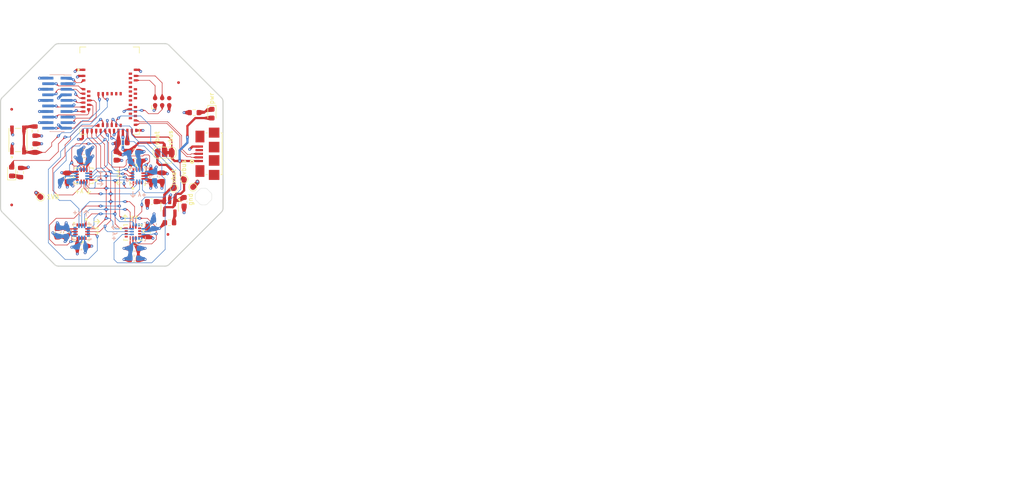
<source format=kicad_pcb>
(kicad_pcb (version 20241229) (generator "pcbnew") (generator_version "9.0")
  (layers (0 "F.Cu" signal) (4 "In1.Cu" signal) (6 "In2.Cu" signal) (2 "B.Cu" signal) (13 "F.Paste" user) (15 "B.Paste" user) (5 "F.SilkS" user "F.Silkscreen") (7 "B.SilkS" user "B.Silkscreen") (1 "F.Mask" user) (3 "B.Mask" user) (25 "Edge.Cuts" user))
  (net 0 "")
  (net 1 "FSYNC")
  (net 2 "GND")
  (net 3 "+1V8")
  (net 4 "Net-(JP2-C)")
  (net 5 "nRST")
  (net 7 "SWCLK")
  (net 12 "SWIO")
  (net 35 "VBUS")
  (net 49 "Net-(U9-DCCH)")
  (net 56 "USB_DP")
  (net 59 "USB_DN")
  (net 60 "CS1")
  (net 66 "SCLK")
  (net 68 "SDI")
  (net 69 "SDO")
  (net 70 "CS2")
  (net 71 "CS3")
  (net 72 "CS4")
  (net 73 "CS5")
  (net 74 "CS6")
  (net 75 "CS7")
  (net 76 "CS8")
  (net 94 "+BATT")
  (net 97 "Net-(D1-K)")
  (net 98 "Net-(D2-K)")
  (net 99 "Net-(U10-PROG)")
  (net 105 "USR_LED")
  (net 107 "IO1")
  (net 108 "IO3")
  (net 109 "IO5")
  (net 110 "IO4")
  (net 111 "IO8")
  (net 112 "IO6")
  (net 113 "IO2")
  (net 114 "IO10")
  (net 115 "IO9")
  (net 116 "IO7")
  (net 117 "Net-(U9-P1.04)")
  (footprint "Capacitor_SMD:C_0603_1608Metric" (layer "F.Cu") (at 83.6 86.975 90)
    (property "Reference" "C25" (hide yes))
    (property "Value" "100n" (hide yes))
  )
  (footprint "Capacitor_SMD:C_0603_1608Metric" (layer "F.Cu") (at 101.775 89.4 180)
    (property "Reference" "C1" (hide yes))
    (property "Value" "10n" (hide yes))
  )
  (footprint "Capacitor_SMD:C_0603_1608Metric" (layer "F.Cu") (at 87.6 102.2 -90)
    (property "Reference" "C9" (hide yes))
    (property "Value" "2.2u" (hide yes))
  )
  (footprint "Capacitor_SMD:C_0603_1608Metric" (layer "F.Cu") (at 92.425 87.6475 180)
    (property "Reference" "C11" (hide yes))
    (property "Value" "100n" (hide yes))
  )
  (footprint "Capacitor_SMD:C_0603_1608Metric" (layer "F.Cu") (at 101.425 87.6)
    (property "Reference" "C28" (hide yes))
    (property "Value" "10u" (hide yes))
  )
  (footprint "Capacitor_SMD:C_0603_1608Metric" (layer "F.Cu") (at 110.4 96.625 -90)
    (property "Reference" "C26" (hide yes))
    (property "Value" "2.2u" (hide yes))
  )
  (footprint "Connector:Tag-Connect_TC2030-IDC-NL_2x03_P1.27mm_Vertical" (layer "F.Cu") (at 106.46 78.635)
    (property "Reference" "J1" (hide yes))
    (property "Value" "TC2030-NL" (hide yes))
  )
  (footprint "MountingHole:MountingHole_2.1mm" (layer "F.Cu") (at 112.5 77.5)
    (property "Reference" "H3" (hide yes))
    (property "Value" "MountingHole" (hide yes))
  )
  (footprint "Capacitor_SMD:C_0603_1608Metric" (layer "F.Cu") (at 104.575 96.6 180)
    (property "Reference" "C29" (hide yes))
    (property "Value" "2.2u" (hide yes))
  )
  (footprint "Capacitor_SMD:C_0603_1608Metric" (layer "F.Cu") (at 106.4475 92.2 90)
    (property "Reference" "C2" (hide yes))
    (property "Value" "100n" (hide yes))
  )
  (footprint "TestPoint:TestPoint_Pad_D1.0mm" (layer "F.Cu") (at 108.6 94.2)
    (property "Reference" "TP5" (hide yes))
    (property "Value" "VBAT" (hide yes))
  )
  (footprint "RF_Module:Raytac_MDBT50Q" (layer "F.Cu") (at 97 76.65)
    (property "Reference" "U9" (hide yes))
    (property "Value" "MDBT50Q-P1MV2" (hide yes))
  )
  (footprint "TestPoint:TestPoint_Pad_D1.0mm" (layer "F.Cu") (at 84.6 95.8)
    (property "Reference" "TP1" (hide yes))
    (property "Value" "1V8" (hide yes))
  )
  (footprint "Capacitor_SMD:C_0603_1608Metric" (layer "F.Cu") (at 89.4 92.2475 -90)
    (property "Reference" "C10" (hide yes))
    (property "Value" "10n" (hide yes))
  )
  (footprint "Fiducial:Fiducial_0.5mm_Mask1.5mm" (layer "F.Cu") (at 107.5 102.5)
    (property "Reference" "FID3" (hide yes))
    (property "Value" "Fiducial" (hide yes))
  )
  (footprint "Resistor_SMD:R_0603_1608Metric" (layer "F.Cu") (at 107.775 100.4)
    (property "Reference" "R6" (hide yes))
    (property "Value" "1K5" (hide yes))
  )
  (footprint "imu-array-lib:LGA14_2.5X3X0.76_IVS" (layer "F.Cu") (at 101.2065 102.15)
    (property "Reference" "U1" (hide yes))
    (property "Value" "ICM-42670-P" (hide yes))
  )
  (footprint "imu-array-lib:LGA14_2.5X3X0.76_IVS" (layer "F.Cu") (at 102.0475 92 90)
    (property "Reference" "U2" (hide yes))
    (property "Value" "ICM-42670-P" (hide yes))
  )
  (footprint "Inductor_SMD:L_0603_1608Metric" (layer "F.Cu") (at 99.3875 86)
    (property "Reference" "L1" (hide yes))
    (property "Value" "10uH" (hide yes))
  )
  (footprint "Jumper:SolderJumper-3_P1.3mm_Bridged12_RoundedPad1.0x1.5mm" (layer "F.Cu") (at 106.9 87.8 180)
    (property "Reference" "JP2" (hide yes))
    (property "Value" "Voltage Selector" (hide yes))
  )
  (footprint "Capacitor_SMD:C_0603_1608Metric" (layer "F.Cu") (at 92.4 89.2475 180)
    (property "Reference" "C12" (hide yes))
    (property "Value" "2.2u" (hide yes))
  )
  (footprint "TestPoint:TestPoint_Pad_D1.0mm" (layer "F.Cu") (at 110.4 92.6 180)
    (property "Reference" "TP3" (hide yes))
    (property "Value" "VBUS" (hide yes))
  )
  (footprint "Fiducial:Fiducial_0.5mm_Mask1.5mm" (layer "F.Cu") (at 79.4 80)
    (property "Reference" "FID2" (hide yes))
    (property "Value" "Fiducial" (hide yes))
  )
  (footprint "Capacitor_SMD:C_0603_1608Metric" (layer "F.Cu") (at 101.4 105)
    (property "Reference" "C5" (hide yes))
    (property "Value" "100n" (hide yes))
  )
  (footprint "imu-array-lib:SW_PTS810_SJM_250_SMTR_LFS" (layer "F.Cu") (at 80.525 85.525 90)
    (property "Reference" "SW1" (hide yes))
    (property "Value" "PTS810" (hide yes))
  )
  (footprint "LED_SMD:LED_0603_1608Metric" (layer "F.Cu") (at 115.4 80.7875 -90)
    (property "Reference" "D1" (hide yes))
    (property "Value" "LED" (hide yes))
  )
  (footprint "Capacitor_SMD:C_0603_1608Metric" (layer "F.Cu") (at 89.2 102.175 -90)
    (property "Reference" "C8" (hide yes))
    (property "Value" "100n" (hide yes))
  )
  (footprint "Capacitor_SMD:C_0603_1608Metric" (layer "F.Cu") (at 103.8 102.15 90)
    (property "Reference" "C4" (hide yes))
    (property "Value" "10n" (hide yes))
  )
  (footprint "imu-array-lib:LGA14_2.5X3X0.76_IVS" (layer "F.Cu") (at 92.4 91.9525 180)
    (property "Reference" "U4" (hide yes))
    (property "Value" "ICM-42670-P" (hide yes))
  )
  (footprint "TestPoint:TestPoint_Pad_D1.0mm" (layer "F.Cu") (at 112 94)
    (property "Reference" "TP2" (hide yes))
    (property "Value" "GND" (hide yes))
  )
  (footprint "LED_SMD:LED_0603_1608Metric" (layer "F.Cu") (at 79.4 91.2 90)
    (property "Reference" "D2" (hide yes))
    (property "Value" "LED" (hide yes))
  )
  (footprint "Capacitor_SMD:C_0603_1608Metric" (layer "F.Cu") (at 91.975 104.6)
    (property "Reference" "C7" (hide yes))
    (property "Value" "10n")
  )
  (footprint "Resistor_SMD:R_0603_1608Metric" (layer "F.Cu") (at 81 91.375 -90)
    (property "Reference" "R4" (hide yes))
    (property "Value" "1K5" (hide yes))
  )
  (footprint "Resistor_SMD:R_0603_1608Metric" (layer "F.Cu") (at 112.225 80.6)
    (property "Reference" "R3" (hide yes))
    (property "Value" "1K5" (hide yes))
  )
  (footprint "Capacitor_SMD:C_0603_1608Metric" (layer "F.Cu") (at 104.4475 92.2 90)
    (property "Reference" "C3" (hide yes))
    (property "Value" "2.2u" (hide yes))
  )
  (footprint "imu-array-lib:AMPHENOL_10118192-0001LF" (layer "F.Cu") (at 113.125 88 90)
    (property "Reference" "J2" (hide yes))
    (property "Value" "USB_B_Micro" (hide yes))
  )
  (footprint "MountingHole:MountingHole_2.1mm" (layer "F.Cu") (at 82.5 77.5)
    (property "Reference" "H4" (hide yes))
    (property "Value" "MountingHole" (hide yes))
  )
  (footprint "MountingHole:MountingHole_2.1mm" (layer "F.Cu") (at 112.5 100)
    (property "Reference" "H2" (hide yes))
    (property "Value" "MountingHole" (hide yes))
  )
  (footprint "Fiducial:Fiducial_0.5mm_Mask1.5mm" (layer "F.Cu") (at 79.4 97.2)
    (property "Reference" "FID4" (hide yes))
    (property "Value" "Fiducial" (hide yes))
  )
  (footprint "Resistor_SMD:R_0603_1608Metric" (layer "F.Cu") (at 83.6 83.925 -90)
    (property "Reference" "R5" (hide yes))
    (property "Value" "10K" (hide yes))
  )
  (footprint "imu-array-lib:LGA14_2.5X3X0.76_IVS" (layer "F.Cu") (at 91.9525 102 -90)
    (property "Reference" "U3" (hide yes))
    (property "Value" "ICM-42670-P" (hide yes))
  )
  (footprint "Package_TO_SOT_SMD:SOT-23-5" (layer "F.Cu") (at 107.8 97.5375 -90)
    (property "Reference" "U10" (hide yes))
    (property "Value" "MCP73812T-420I-OT" (hide yes))
  )
  (footprint "Fiducial:Fiducial_0.5mm_Mask1.5mm" (layer "F.Cu") (at 109.4 75.2)
    (property "Reference" "FID1" (hide yes))
    (property "Value" "Fiducial" (hide yes))
  )
  (footprint "MountingHole:MountingHole_2.1mm" (layer "F.Cu") (at 82.5 100)
    (property "Reference" "H1" (hide yes))
    (property "Value" "MountingHole" (hide yes))
  )
  (footprint "Capacitor_SMD:C_0603_1608Metric" (layer "F.Cu") (at 101.4 107)
    (property "Reference" "C6" (hide yes))
    (property "Value" "2.2u" (hide yes))
  )
  (footprint "Capacitor_SMD:C_0603_1608Metric" (layer "F.Cu") (at 98.2 88.375 -90)
    (property "Reference" "C27" (hide yes))
    (property "Value" "10u" (hide yes))
  )
  (footprint "Capacitor_SMD:C_0603_1608Metric" (layer "B.Cu") (at 89.28 102.075 -90)
    (property "Reference" "C14" (hide yes))
    (property "Value" "100n" (hide yes))
  )
  (footprint "Capacitor_SMD:C_0603_1608Metric" (layer "B.Cu") (at 101.465 89.32)
    (property "Reference" "C22" (hide yes))
    (property "Value" "10n" (hide yes))
  )
  (footprint "Capacitor_SMD:C_0603_1608Metric" (layer "B.Cu") (at 101.265 87.81)
    (property "Reference" "C23" (hide yes))
    (property "Value" "100n" (hide yes))
  )
  (footprint "imu-array-lib:LGA14_2.5X3X0.76_IVS" (layer "B.Cu") (at 102.0475 102 -90)
    (property "Reference" "U5" (hide yes))
    (property "Value" "ICM-42670-P" (hide yes))
  )
  (footprint "Capacitor_SMD:C_0603_1608Metric" (layer "B.Cu") (at 91.925 104.77 180)
    (property "Reference" "C13" (hide yes))
    (property "Value" "10n" (hide yes))
  )
  (footprint "imu-array-lib:LGA14_2.5X3X0.76_IVS" (layer "B.Cu") (at 102.4 91.9525)
    (property "Reference" "U7" (hide yes))
    (property "Value" "ICM-42670-P" (hide yes))
  )
  (footprint "Connector_PinHeader_1.00mm:PinHeader_2x10_P1.00mm_Vertical_SMD" (layer "B.Cu") (at 87.55 78.9 180)
    (property "Reference" "J3" (hide yes))
    (property "Value" "Conn_02x10_Odd_Even" (hide yes))
  )
  (footprint "Capacitor_SMD:C_0603_1608Metric" (layer "B.Cu") (at 87.79 102.075 -90)
    (property "Reference" "C15" (hide yes))
    (property "Value" "2.2u" (hide yes))
  )
  (footprint "Capacitor_SMD:C_0603_1608Metric" (layer "B.Cu") (at 101.55 105)
    (property "Reference" "C17" (hide yes))
    (property "Value" "100n" (hide yes))
  )
  (footprint "Capacitor_SMD:C_0603_1608Metric" (layer "B.Cu") (at 105.1 92.065 -90)
    (property "Reference" "C24" (hide yes))
    (property "Value" "2.2u" (hide yes))
  )
  (footprint "Capacitor_SMD:C_0603_1608Metric" (layer "B.Cu") (at 101.465 106.76)
    (property "Reference" "C18" (hide yes))
    (property "Value" "2.2u" (hide yes))
  )
  (footprint "imu-array-lib:LGA14_2.5X3X0.76_IVS" (layer "B.Cu") (at 92 102.0475 180)
    (property "Reference" "U6" (hide yes))
    (property "Value" "ICM-42670-P" (hide yes))
  )
  (footprint "Capacitor_SMD:C_0603_1608Metric" (layer "B.Cu") (at 104.9 100.675 -90)
    (property "Reference" "C16" (hide yes))
    (property "Value" "10n" (hide yes))
  )
  (footprint "imu-array-lib:LGA14_2.5X3X0.76_IVS" (layer "B.Cu") (at 91.9525 92 90)
    (property "Reference" "U8" (hide yes))
    (property "Value" "ICM-42670-P" (hide yes))
  )
  (footprint "Capacitor_SMD:C_0603_1608Metric" (layer "B.Cu") (at 92.535 89.15 180)
    (property "Reference" "C19" (hide yes))
    (property "Value" "10n" (hide yes))
  )
  (footprint "Capacitor_SMD:C_0603_1608Metric" (layer "B.Cu") (at 92.335 87.66 180)
    (property "Reference" "C20" (hide yes))
    (property "Value" "100n" (hide yes))
  )
  (footprint "Capacitor_SMD:C_0603_1608Metric" (layer "B.Cu") (at 88.935 92.97 180)
    (property "Reference" "C21" (hide yes))
    (property "Value" "2.2u" (hide yes))
  )
  (gr_line (start 93.2 95.2) (end 93.6 94.8) (stroke (width 0.15)) (layer "F.SilkS"))
  (gr_line (start 93.2 94.2) (end 93.2 95.2) (stroke (width 0.15)) (layer "F.SilkS"))
  (gr_circle (center 99 101.4) (end 99.2 101.4) (stroke (width 0.1)) (fill yes) (layer "F.SilkS"))
  (gr_line (start 99.8 100) (end 99.8 99) (stroke (width 0.15)) (layer "F.SilkS"))
  (gr_line (start 107 89.7) (end 108.2 89.7) (stroke (width 0.1)) (layer "F.SilkS"))
  (gr_line (start 99.2 93.2) (end 98.2 93.2) (stroke (width 0.15)) (layer "F.SilkS"))
  (gr_line (start 93.2 95.2) (end 92.8 94.8) (stroke (width 0.15)) (layer "F.SilkS"))
  (gr_circle (center 92.8 99.8) (end 93 99.8) (stroke (width 0.1)) (fill yes) (layer "F.SilkS"))
  (gr_circle (center 94.6 92.8) (end 94.8 92.8) (stroke (width 0.1)) (fill yes) (layer "F.SilkS"))
  (gr_line (start 99.4 99.4) (end 99.8 99) (stroke (width 0.15)) (layer "F.SilkS"))
  (gr_line (start 98.6 93.6) (end 98.2 93.2) (stroke (width 0.15)) (layer "F.SilkS"))
  (gr_line (start 107 89.1) (end 107 89.7) (stroke (width 0.1)) (layer "F.SilkS"))
  (gr_line (start 95.2 100.2) (end 94.8 100.6) (stroke (width 0.15)) (layer "F.SilkS"))
  (gr_line (start 95.2 100.2) (end 94.8 99.8) (stroke (width 0.15)) (layer "F.SilkS"))
  (gr_line (start 108.2 89.7) (end 108.2 89.1) (stroke (width 0.1)) (layer "F.SilkS"))
  (gr_line (start 94.8 99.8) (end 95.2 100.2) (stroke (width 0.15)) (layer "F.SilkS"))
  (gr_line (start 93.6 94.8) (end 93.2 95.2) (stroke (width 0.15)) (layer "F.SilkS"))
  (gr_line (start 99.8 99) (end 100.2 99.4) (stroke (width 0.15)) (layer "F.SilkS"))
  (gr_line (start 98.2 93.2) (end 98.6 93.6) (stroke (width 0.15)) (layer "F.SilkS"))
  (gr_line (start 99.8 99) (end 99.4 99.4) (stroke (width 0.15)) (layer "F.SilkS"))
  (gr_line (start 94.2 100.2) (end 95.2 100.2) (stroke (width 0.15)) (layer "F.SilkS"))
  (gr_line (start 98.2 93.2) (end 98.6 92.8) (stroke (width 0.15)) (layer "F.SilkS"))
  (gr_circle (center 101.2 94.2) (end 101.4 94.2) (stroke (width 0.1)) (fill yes) (layer "F.SilkS"))
  (gr_line (start 92.8 98.2) (end 92.4 98.6) (stroke (width 0.15)) (layer "B.SilkS"))
  (gr_line (start 97.8 101.6) (end 97.4 101.2) (stroke (width 0.15)) (layer "B.SilkS"))
  (gr_line (start 97.4 101.2) (end 97.8 100.8) (stroke (width 0.15)) (layer "B.SilkS"))
  (gr_line (start 101.2 95.8) (end 100.8 95.4) (stroke (width 0.15)) (layer "B.SilkS"))
  (gr_line (start 101.2 94.8) (end 101.2 95.8) (stroke (width 0.15)) (layer "B.SilkS"))
  (gr_circle (center 92.8 94.2) (end 93 94.2) (stroke (width 0.1)) (fill yes) (layer "B.SilkS"))
  (gr_circle (center 94 101.2) (end 94.2 101.2) (stroke (width 0.1)) (fill yes) (layer "B.SilkS"))
  (gr_line (start 95.4 93) (end 95.8 93.4) (stroke (width 0.15)) (layer "B.SilkS"))
  (gr_line (start 95.8 93.4) (end 95.4 93) (stroke (width 0.15)) (layer "B.SilkS"))
  (gr_line (start 92.8 98.2) (end 93.2 98.6) (stroke (width 0.15)) (layer "B.SilkS"))
  (gr_line (start 92.8 99.2) (end 92.8 98.2) (stroke (width 0.15)) (layer "B.SilkS"))
  (gr_line (start 101.2 95.8) (end 101.6 95.4) (stroke (width 0.15)) (layer "B.SilkS"))
  (gr_circle (center 100.2 92.8) (end 100.4 92.8) (stroke (width 0.1)) (fill yes) (layer "B.SilkS"))
  (gr_line (start 97.4 101.2) (end 97.8 101.6) (stroke (width 0.15)) (layer "B.SilkS"))
  (gr_line (start 95.8 93.4) (end 95.4 93.8) (stroke (width 0.15)) (layer "B.SilkS"))
  (gr_line (start 94.8 93.4) (end 95.8 93.4) (stroke (width 0.15)) (layer "B.SilkS"))
  (gr_line (start 92.4 98.6) (end 92.8 98.2) (stroke (width 0.15)) (layer "B.SilkS"))
  (gr_line (start 98.4 101.2) (end 97.4 101.2) (stroke (width 0.15)) (layer "B.SilkS"))
  (gr_circle (center 101.2 99.8) (end 101.4 99.8) (stroke (width 0.1)) (fill yes) (layer "B.SilkS"))
  (gr_line (start 101.6 95.4) (end 101.2 95.8) (stroke (width 0.15)) (layer "B.SilkS"))
  (gr_line (start 87.814214 108.2) (end 106.985786 108.2) (stroke (width 0.2)) (layer "Edge.Cuts"))
  (gr_line (start 113.607107 94.2) (end 114.192893 94.2) (stroke (width 0.05)) (layer "Edge.Cuts"))
  (gr_line (start 107.692893 107.907107) (end 117.107107 98.492893) (stroke (width 0.2)) (layer "Edge.Cuts"))
  (gr_arc (start 115.253554 95.053554) (mid 115.36194 95.215766) (end 115.4 95.407107) (stroke (width 0.05)) (layer "Edge.Cuts"))
  (gr_arc (start 117.4 97.785786) (mid 117.32388 98.168469) (end 117.107107 98.492893) (stroke (width 0.2)) (layer "Edge.Cuts"))
  (gr_line (start 112.4 95.407107) (end 112.4 95.992893) (stroke (width 0.05)) (layer "Edge.Cuts"))
  (gr_line (start 114.546447 94.346447) (end 115.253554 95.053554) (stroke (width 0.05)) (layer "Edge.Cuts"))
  (gr_line (start 117.107107 77.907107) (end 107.692893 68.492893) (stroke (width 0.2)) (layer "Edge.Cuts"))
  (gr_arc (start 77.4 78.614214) (mid 77.47612 78.231531) (end 77.692893 77.907107) (stroke (width 0.2)) (layer "Edge.Cuts"))
  (gr_arc (start 113.253553 94.346447) (mid 113.415765 94.238063) (end 113.607107 94.2) (stroke (width 0.05)) (layer "Edge.Cuts"))
  (gr_line (start 113.607107 97.2) (end 114.192893 97.2) (stroke (width 0.05)) (layer "Edge.Cuts"))
  (gr_arc (start 117.107107 77.907107) (mid 117.32388 78.23153) (end 117.4 78.614214) (stroke (width 0.2)) (layer "Edge.Cuts"))
  (gr_arc (start 112.4 95.407107) (mid 112.43806 95.215766) (end 112.546446 95.053554) (stroke (width 0.05)) (layer "Edge.Cuts"))
  (gr_line (start 113.253553 94.346447) (end 112.546446 95.053554) (stroke (width 0.05)) (layer "Edge.Cuts"))
  (gr_line (start 77.692893 98.492893) (end 87.107107 107.907107) (stroke (width 0.2)) (layer "Edge.Cuts"))
  (gr_line (start 114.546447 97.053553) (end 115.253554 96.346446) (stroke (width 0.05)) (layer "Edge.Cuts"))
  (gr_arc (start 115.4 95.992893) (mid 115.361942 96.184236) (end 115.253554 96.346446) (stroke (width 0.05)) (layer "Edge.Cuts"))
  (gr_arc (start 114.192893 94.2) (mid 114.384235 94.23806) (end 114.546447 94.346447) (stroke (width 0.05)) (layer "Edge.Cuts"))
  (gr_arc (start 107.692893 107.907107) (mid 107.368469 108.123875) (end 106.985786 108.2) (stroke (width 0.2)) (layer "Edge.Cuts"))
  (gr_arc (start 87.814214 108.2) (mid 87.431531 108.12388) (end 87.107107 107.907107) (stroke (width 0.2)) (layer "Edge.Cuts"))
  (gr_line (start 77.4 78.614214) (end 77.4 97.785786) (stroke (width 0.2)) (layer "Edge.Cuts"))
  (gr_line (start 113.253553 97.053553) (end 112.546446 96.346446) (stroke (width 0.05)) (layer "Edge.Cuts"))
  (gr_arc (start 87.107107 68.492893) (mid 87.43153 68.27612) (end 87.814214 68.2) (stroke (width 0.2)) (layer "Edge.Cuts"))
  (gr_arc (start 112.546446 96.346446) (mid 112.438062 96.184234) (end 112.4 95.992893) (stroke (width 0.05)) (layer "Edge.Cuts"))
  (gr_arc (start 114.546447 97.053553) (mid 114.384235 97.16194) (end 114.192893 97.2) (stroke (width 0.05)) (layer "Edge.Cuts"))
  (gr_arc (start 113.607107 97.2) (mid 113.415765 97.16194) (end 113.253553 97.053553) (stroke (width 0.05)) (layer "Edge.Cuts"))
  (gr_arc (start 106.985786 68.2) (mid 107.368472 68.276116) (end 107.692893 68.492893) (stroke (width 0.2)) (layer "Edge.Cuts"))
  (gr_line (start 117.4 97.785786) (end 117.4 78.614214) (stroke (width 0.2)) (layer "Edge.Cuts"))
  (gr_arc (start 77.692893 98.492893) (mid 77.476125 98.168469) (end 77.4 97.785786) (stroke (width 0.2)) (layer "Edge.Cuts"))
  (gr_line (start 115.4 95.407107) (end 115.4 95.992893) (stroke (width 0.05)) (layer "Edge.Cuts"))
  (gr_line (start 106.985786 68.2) (end 87.814214 68.2) (stroke (width 0.2)) (layer "Edge.Cuts"))
  (gr_line (start 87.107107 68.492893) (end 77.692893 77.907107) (stroke (width 0.2)) (layer "Edge.Cuts"))
  (gr_text "vbus" (at 108.4 86.6 90) (layer "F.SilkS") (effects (font (size 0.8 0.8)) (justify left bottom)))
  (gr_text "y+" (at 92.4 94.4 180) (layer "F.SilkS") (effects (font (size 0.8 0.8)) (justify left bottom)))
  (gr_text "vbat" (at 109 93.4 90) (layer "F.SilkS") (effects (font (size 0.8 0.8)) (justify left bottom)))
  (gr_text "vbus" (at 110.8 91.9 90) (layer "F.SilkS") (effects (font (size 0.8 0.8)) (justify left bottom)))
  (gr_text "gnd" (at 112 97.4 90) (layer "F.SilkS") (effects (font (size 0.8 0.8)) (justify left bottom)))
  (gr_text "y+" (at 100.6 99.8 0) (layer "F.SilkS") (effects (font (size 0.8 0.8)) (justify left bottom)))
  (gr_text "pwr" (at 115.8 79.2 90) (layer "F.SilkS") (effects (font (size 0.8 0.8)) (justify left bottom)))
  (gr_text "y+" (at 94.4 101 270) (layer "F.SilkS") (effects (font (size 0.8 0.8)) (justify left bottom)))
  (gr_text "1V8" (at 85.6 96.2 0) (layer "F.SilkS") (effects (font (size 0.8 0.8)) (justify left bottom)))
  (gr_text "vbat" (at 106 86.6 90) (layer "F.SilkS") (effects (font (size 0.8 0.8) (thickness 0.15) (bold yes)) (justify left bottom)))
  (gr_text "y+" (at 99 92.4 90) (layer "F.SilkS") (effects (font (size 0.8 0.8)) (justify left bottom)))
  (gr_text "y+" (at 102 95 180) (layer "B.SilkS") (effects (font (size 0.8 0.8)) (justify left bottom mirror)))
  (gr_text "y+" (at 92 99 0) (layer "B.SilkS") (effects (font (size 0.8 0.8)) (justify left bottom mirror)))
  (gr_text "y+" (at 98.2 102 90) (layer "B.SilkS") (effects (font (size 0.8 0.8)) (justify left bottom mirror)))
  (gr_text "y+" (at 95 92.6 270) (layer "B.SilkS") (effects (font (size 0.8 0.8)) (justify left bottom mirror)))
  (segment (start 100.8 88.4) (end 103 88.4) (width 0.1) (layer "F.Cu") (net 1))
  (segment (start 90.6 99.6) (end 92.8 97.4) (width 0.1) (layer "F.Cu") (net 1))
  (segment (start 95.4 84.6) (end 95.4 83.8) (width 0.1) (layer "F.Cu") (net 1))
  (segment (start 91.900001 91) (end 91.900001 90.500001) (width 0.1) (layer "F.Cu") (net 1))
  (segment (start 105.4 101.2) (end 103.8 99.6) (width 0.1) (layer "F.Cu") (net 1))
  (segment (start 98.8 90.4) (end 98.8 99.2) (width 0.1) (layer "F.Cu") (net 1))
  (segment (start 105.4 103.4) (end 105.4 101.2) (width 0.1) (layer "F.Cu") (net 1))
  (segment (start 103 88.4) (end 103.2 88.2) (width 0.1) (layer "F.Cu") (net 1))
  (segment (start 103.2 88.2) (end 104 88.2) (width 0.1) (layer "F.Cu") (net 1))
  (segment (start 87.2 104.4) (end 86.2 103.4) (width 0.1) (layer "F.Cu") (net 1))
  (segment (start 100 90) (end 100 89.2) (width 0.1) (layer "F.Cu") (net 1))
  (segment (start 100 89.2) (end 100.8 88.4) (width 0.1) (layer "F.Cu") (net 1))
  (segment (start 90.2 103.6) (end 89.4 104.4) (width 0.1) (layer "F.Cu") (net 1))
  (segment (start 103.6 91.4) (end 103.6 90) (width 0.1) (layer "F.Cu") (net 1))
  (segment (start 101.706499 103.1025) (end 101.706499 103.706499) (width 0.1) (layer "F.Cu") (net 1))
  (segment (start 104.2 88.4) (end 104.2 89.4) (width 0.1) (layer "F.Cu") (net 1))
  (segment (start 97.6 90.4) (end 96.8 89.6) (width 0.1) (layer "F.Cu") (net 1))
  (segment (start 104 88.2) (end 104.2 88.4) (width 0.1) (layer "F.Cu") (net 1))
  (segment (start 96.8 89.6) (end 96.8 86) (width 0.1) (layer "F.Cu") (net 1))
  (segment (start 103.6 91.4) (end 103.499999 91.500001) (width 0.1) (layer "F.Cu") (net 1))
  (segment (start 96.8 86) (end 95.4 84.6) (width 0.1) (layer "F.Cu") (net 1))
  (segment (start 104.6 104.2) (end 105.4 103.4) (width 0.1) (layer "F.Cu") (net 1))
  (segment (start 90.6 90.2) (end 90.2 89.8) (width 0.1) (layer "F.Cu") (net 1))
  (segment (start 91 86.2) (end 93.2 86.2) (width 0.1) (layer "F.Cu") (net 1))
  (segment (start 86.2 103.4) (end 86.2 100.8) (width 0.1) (layer "F.Cu") (net 1))
  (segment (start 103.499999 91.500001) (end 103 91.500001) (width 0.1) (layer "F.Cu") (net 1))
  (segment (start 86.2 100.8) (end 87.4 99.6) (width 0.1) (layer "F.Cu") (net 1))
  (segment (start 102.2 104.2) (end 104.6 104.2) (width 0.1) (layer "F.Cu") (net 1))
  (segment (start 87.4 99.6) (end 90.6 99.6) (width 0.1) (layer "F.Cu") (net 1))
  (segment (start 99.6 90.4) (end 100 90) (width 0.1) (layer "F.Cu") (net 1))
  (segment (start 90.500001 102.499999) (end 90.2 102.8) (width 0.1) (layer "F.Cu") (net 1))
  (segment (start 91.900001 90.500001) (end 91.6 90.2) (width 0.1) (layer "F.Cu") (net 1))
  (segment (start 98.8 90.4) (end 99.6 90.4) (width 0.1) (layer "F.Cu") (net 1))
  (segment (start 90.2 87) (end 91 86.2) (width 0.1) (layer "F.Cu") (net 1))
  (segment (start 90.2 102.8) (end 90.2 103.6) (width 0.1) (layer "F.Cu") (net 1))
  (segment (start 98.8 99.2) (end 99.2 99.6) (width 0.1) (layer "F.Cu") (net 1))
  (segment (start 103.8 99.6) (end 102.4 99.6) (width 0.1) (layer "F.Cu") (net 1))
  (segment (start 90.2 89.8) (end 90.2 87) (width 0.1) (layer "F.Cu") (net 1))
  (segment (start 104.2 89.4) (end 103.6 90) (width 0.1) (layer "F.Cu") (net 1))
  (segment (start 91 102.499999) (end 90.500001 102.499999) (width 0.1) (layer "F.Cu") (net 1))
  (segment (start 89.4 104.4) (end 87.2 104.4) (width 0.1) (layer "F.Cu") (net 1))
  (segment (start 101.706499 103.706499) (end 102.2 104.2) (width 0.1) (layer "F.Cu") (net 1))
  (segment (start 91.6 90.2) (end 90.6 90.2) (width 0.1) (layer "F.Cu") (net 1))
  (segment (start 92.8 97.4) (end 95.4 97.4) (width 0.1) (layer "F.Cu") (net 1))
  (segment (start 98.8 90.4) (end 97.6 90.4) (width 0.1) (layer "F.Cu") (net 1))
  (via (at 102.4 99.6) (size 0.5) (drill 0.2) (layers "F.Cu" "B.Cu") (net 1))
  (via (at 98.8 97.4) (size 0.5) (drill 0.2) (layers "F.Cu" "B.Cu") (net 1))
  (via (at 99.2 99.6) (size 0.5) (drill 0.2) (layers "F.Cu" "B.Cu") (net 1))
  (via (at 90.2 89.6) (size 0.5) (drill 0.2) (layers "F.Cu" "B.Cu") (net 1))
  (via (at 93.2 86.2) (size 0.5) (drill 0.2) (layers "F.Cu" "B.Cu") (net 1))
  (via (at 105.4 102.4) (size 0.5) (drill 0.2) (layers "F.Cu" "B.Cu") (net 1))
  (via (at 103.6 90) (size 0.5) (drill 0.2) (layers "F.Cu" "B.Cu") (net 1))
  (via (at 90 103.8) (size 0.5) (drill 0.2) (layers "F.Cu" "B.Cu") (net 1))
  (via (at 95.4 97.4) (size 0.5) (drill 0.2) (layers "F.Cu" "B.Cu") (net 1))
  (via (at 96.2 85.4) (size 0.5) (drill 0.2) (layers "F.Cu" "B.Cu") (net 1))
  (segment (start 102.4 99.6) (end 99.2 99.6) (width 0.1) (layer "B.Cu") (net 1))
  (segment (start 89.8 90) (end 89.8 91) (width 0.1) (layer "B.Cu") (net 1))
  (segment (start 91.500001 103) (end 91.500001 103.699999) (width 0.1) (layer "B.Cu") (net 1))
  (segment (start 105.4 102.4) (end 104.8 102.4) (width 0.1) (layer "B.Cu") (net 1))
  (segment (start 103.6 90) (end 103.2 90) (width 0.1) (layer "B.Cu") (net 1))
  (segment (start 95.4 86.2) (end 96.2 85.4) (width 0.1) (layer "B.Cu") (net 1))
  (segment (start 90.300001 91.500001) (end 91 91.500001) (width 0.1) (layer "B.Cu") (net 1))
  (segment (start 102.899999 90.300001) (end 102.899999 91) (width 0.1) (layer "B.Cu") (net 1))
  (segment (start 91.4 103.8) (end 90 103.8) (width 0.1) (layer "B.Cu") (net 1))
  (segment (start 103.2 90) (end 102.899999 90.300001) (width 0.1) (layer "B.Cu") (net 1))
  (segment (start 104.700001 102.499999) (end 103 102.499999) (width 0.1) (layer "B.Cu") (net 1))
  (segment (start 89.8 91) (end 90.300001 91.500001) (width 0.1) (layer "B.Cu") (net 1))
  (segment (start 91.500001 103.699999) (end 91.4 103.8) (width 0.1) (layer "B.Cu") (net 1))
  (segment (start 104.8 102.4) (end 104.700001 102.499999) (width 0.1) (layer "B.Cu") (net 1))
  (segment (start 95.4 97.4) (end 98.8 97.4) (width 0.1) (layer "B.Cu") (net 1))
  (segment (start 93.2 86.2) (end 95.4 86.2) (width 0.1) (layer "B.Cu") (net 1))
  (segment (start 90.2 89.6) (end 89.8 90) (width 0.1) (layer "B.Cu") (net 1))
  (segment (start 92.35 74) (end 91.4 74) (width 0.4) (layer "F.Cu") (net 2))
  (segment (start 113.125 86.7) (end 111.9 86.7) (width 0.4) (layer "F.Cu") (net 2))
  (segment (start 106.4475 91.425) (end 107.225 91.425) (width 0.4) (layer "F.Cu") (net 2))
  (segment (start 103.8 96.6) (end 103.8 97.8) (width 0.4) (layer "F.Cu") (net 2))
  (segment (start 101.2065 103.1025) (end 101.2065 104.0065) (width 0.2) (layer "F.Cu") (net 2))
  (segment (start 101 90) (end 100.6 90.4) (width 0.4) (layer "F.Cu") (net 2))
  (segment (start 87.625 102.95) (end 87.6 102.975) (width 0.2) (layer "F.Cu") (net 2))
  (segment (start 92.75 104.6) (end 93.8 104.6) (width 0.4) (layer "F.Cu") (net 2))
  (segment (start 106.95 100.45) (end 106 101.4) (width 0.2) (layer "F.Cu") (net 2))
  (segment (start 110.4 97.4) (end 110.4 98.6) (width 0.4) (layer "F.Cu") (net 2))
  (segment (start 107.73 79.27) (end 107.73 80.27) (width 0.4) (layer "F.Cu") (net 2))
  (segment (start 91.4 74) (end 91.2 74.2) (width 0.4) (layer "F.Cu") (net 2))
  (segment (start 91.4475 89.2475) (end 90.8 88.6) (width 0.4) (layer "F.Cu") (net 2))
  (segment (start 91.4 85.4) (end 92 85.4) (width 0.4) (layer "F.Cu") (net 2))
  (segment (start 101 89.4) (end 101 90) (width 0.4) (layer "F.Cu") (net 2))
  (segment (start 92.4 90.0225) (end 91.625 89.2475) (width 0.2) (layer "F.Cu") (net 2))
  (segment (start 79.45 87.6) (end 79.45 86.35) (width 0.4) (layer "F.Cu") (net 2))
  (segment (start 107.225 91.425) (end 107.4 91.6) (width 0.4) (layer "F.Cu") (net 2))
  (segment (start 89.2 102.95) (end 87.625 102.95) (width 0.2) (layer "F.Cu") (net 2))
  (segment (start 101.2065 104.0065) (end 102.175 104.975) (width 0.2) (layer "F.Cu") (net 2))
  (segment (start 82.25 90.55) (end 82.4 90.4) (width 0.4) (layer "F.Cu") (net 2))
  (segment (start 91 102) (end 90.15 102) (width 0.2) (layer "F.Cu") (net 2))
  (segment (start 83.6 86.2) (end 84.8 86.2) (width 0.4) (layer "F.Cu") (net 2))
  (segment (start 91.625 89.2475) (end 91.65 89.2225) (width 0.2) (layer "F.Cu") (net 2))
  (segment (start 107.8 95.6) (end 108 95.4) (width 0.4) (layer "F.Cu") (net 2))
  (segment (start 103 92) (end 103.8725 92) (width 0.2) (layer "F.Cu") (net 2))
  (segment (start 112 94) (end 112.8 93.2) (width 0.7) (layer "F.Cu") (net 2))
  (segment (start 92 85.4) (end 92.2 85.2) (width 0.4) (layer "F.Cu") (net 2))
  (segment (start 104.4475 91.425) (end 106.4475 91.425) (width 0.2) (layer "F.Cu") (net 2))
  (segment (start 91.65 89.2225) (end 91.65 87.6475) (width 0.2) (layer "F.Cu") (net 2))
  (segment (start 107.8 96.4) (end 107.8 95.6) (width 0.4) (layer "F.Cu") (net 2))
  (segment (start 86.8 102.2) (end 86.825 102.2) (width 0.4) (layer "F.Cu") (net 2))
  (segment (start 103.8 101.375) (end 103.8 100.4) (width 0.4) (layer "F.Cu") (net 2))
  (segment (start 81 90.55) (end 82.25 90.55) (width 0.4) (layer "F.Cu") (net 2))
  (segment (start 106.95 100.4) (end 106.95 100.45) (width 0.2) (layer "F.Cu") (net 2))
  (segment (start 92.2 85.2) (end 92.2 83.8) (width 0.4) (layer "F.Cu") (net 2))
  (segment (start 101.65 72.9) (end 102.3 72.9) (width 0.4) (layer "F.Cu") (net 2))
  (segment (start 89.2 102.95) (end 89.2 103.6) (width 0.4) (layer "F.Cu") (net 2))
  (segment (start 91.1 72.9) (end 90.8 73.2) (width 0.4) (layer "F.Cu") (net 2))
  (segment (start 79.45 84.45) (end 79.6 84.6) (width 0.4) (layer "F.Cu") (net 2))
  (segment (start 79.45 86.35) (end 79.6 86.2) (width 0.4) (layer "F.Cu") (net 2))
  (segment (start 98.2 89.15) (end 99.15 89.15) (width 0.4) (layer "F.Cu") (net 2))
  (segment (start 90.15 102) (end 89.2 102.95) (width 0.2) (layer "F.Cu") (net 2))
  (segment (start 92.35 72.9) (end 91.1 72.9) (width 0.4) (layer "F.Cu") (net 2))
  (segment (start 91.65 87.6475) (end 91.65 87.55) (width 0.4) (layer "F.Cu") (net 2))
  (segment (start 112.8 93.2) (end 112.8 93) (width 0.7) (layer "F.Cu") (net 2))
  (segment (start 102.175 104.975) (end 102.175 105) (width 0.2) (layer "F.Cu") (net 2))
  (segment (start 107.73 80.27) (end 107.6 80.4) (width 0.4) (layer "F.Cu") (net 2))
  (segment (start 89.2 103.6) (end 89 103.8) (width 0.4) (layer "F.Cu") (net 2))
  (segment (start 102.175 105) (end 102.175 107) (width 0.2) (layer "F.Cu") (net 2))
  (segment (start 111.4 80.6) (end 110.4 80.6) (width 0.4) (layer "F.Cu") (net 2))
  (segment (start 89.4 93.0225) (end 89.4 94) (width 0.4) (layer "F.Cu") (net 2))
  (segment (start 79.45 83.45) (end 79.45 84.45) (width 0.4) (layer "F.Cu") (net 2))
  (segment (start 101.8 83.8) (end 103 83.8) (width 0.4) (layer "F.Cu") (net 2))
  (segment (start 102.175 107) (end 103.4 107) (width 0.4) (layer "F.Cu") (net 2))
  (segment (start 103.8725 92) (end 104.4475 91.425) (width 0.2) (layer "F.Cu") (net 2))
  (segment (start 99.15 89.15) (end 99.2 89.2) (width 0.4) (layer "F.Cu") (net 2))
  (segment (start 86.825 102.2) (end 87.6 102.975) (width 0.4) (layer "F.Cu") (net 2))
  (segment (start 92.4 91) (end 92.4 90.0225) (width 0.2) (layer "F.Cu") (net 2))
  (segment (start 104.4475 91.425) (end 104.4475 90.2475) (width 0.4) (layer "F.Cu") (net 2))
  (segment (start 102.2 87.6) (end 103.2 87.6) (width 0.4) (layer "F.Cu") (net 2))
  (segment (start 102.3 72.9) (end 102.6 73.2) (width 0.4) (layer "F.Cu") (net 2))
  (segment (start 102.175 105) (end 103.4 105) (width 0.4) (layer "F.Cu") (net 2))
  (segment (start 104.4475 90.2475) (end 104.4 90.2) (width 0.4) (layer "F.Cu") (net 2))
  (segment (start 111.9 86.7) (end 111.4 87.2) (width 0.4) (layer "F.Cu") (net 2))
  (segment (start 91.625 89.2475) (end 91.4475 89.2475) (width 0.4) (layer "F.Cu") (net 2))
  (segment (start 91.65 87.55) (end 92.4 86.8) (width 0.4) (layer "F.Cu") (net 2))
  (via (at 91.2 74.2) (size 0.5) (drill 0.2) (layers "F.Cu" "B.Cu") (net 2))
  (via (at 90.6 79.2) (size 0.5) (drill 0.2) (layers "F.Cu" "B.Cu") (net 2))
  (via (at 84.8 86.2) (size 0.5) (drill 0.2) (layers "F.Cu" "B.Cu") (net 2))
  (via (at 99.2 89.2) (size 0.5) (drill 0.2) (layers "F.Cu" "B.Cu") (net 2))
  (via (at 90.8 73.2) (size 0.5) (drill 0.2) (layers "F.Cu" "B.Cu") (net 2))
  (via (at 90.6 81.4) (size 0.5) (drill 0.2) (layers "F.Cu" "B.Cu") (net 2))
  (via (at 90.8 88.6) (size 0.5) (drill 0.2) (layers "F.Cu" "B.Cu") (net 2))
  (via (at 112.8 93) (size 0.5) (drill 0.2) (layers "F.Cu" "B.Cu") (net 2))
  (via (at 91.4 85.4) (size 0.5) (drill 0.2) (layers "F.Cu" "B.Cu") (net 2))
  (via (at 104.4 90.2) (size 0.5) (drill 0.2) (layers "F.Cu" "B.Cu") (net 2))
  (via (at 90.2 104.8) (size 0.5) (drill 0.2) (layers "F.Cu" "B.Cu") (net 2))
  (via (at 87.8 78) (size 0.5) (drill 0.2) (layers "F.Cu" "B.Cu") (net 2))
  (via (at 89 103.8) (size 0.5) (drill 0.2) (layers "F.Cu" "B.Cu") (net 2))
  (via (at 105.4 94) (size 0.5) (drill 0.2) (layers "F.Cu" "B.Cu") (net 2))
  (via (at 84.4 78.4) (size 0.5) (drill 0.2) (layers "F.Cu" "B.Cu") (net 2))
  (via (at 110.4 98.6) (size 0.5) (drill 0.2) (layers "F.Cu" "B.Cu") (net 2))
  (via (at 111.4 87.2) (size 0.5) (drill 0.2) (layers "F.Cu" "B.Cu") (net 2))
  (via (at 103.8 97.8) (size 0.5) (drill 0.2) (layers "F.Cu" "B.Cu") (net 2))
  (via (at 102.6 73.2) (size 0.5) (drill 0.2) (layers "F.Cu" "B.Cu") (net 2))
  (via (at 100.6 90.4) (size 0.5) (drill 0.2) (layers "F.Cu" "B.Cu") (net 2))
  (via (at 79.6 86.2) (size 0.5) (drill 0.2) (layers "F.Cu" "B.Cu") (net 2))
  (via (at 84.4 74.4) (size 0.5) (drill 0.2) (layers "F.Cu" "B.Cu") (net 2))
  (via (at 107.4 91.6) (size 0.5) (drill 0.2) (layers "F.Cu" "B.Cu") (net 2))
  (via (at 92.4 86.8) (size 0.5) (drill 0.2) (layers "F.Cu" "B.Cu") (net 2))
  (via (at 103.2 87.6) (size 0.5) (drill 0.2) (layers "F.Cu" "B.Cu") (net 2))
  (via (at 108 95.4) (size 0.5) (drill 0.2) (layers "F.Cu" "B.Cu") (net 2))
  (via (at 90.6 75.4) (size 0.5) (drill 0.2) (layers "F.Cu" "B.Cu") (net 2))
  (via (at 79.6 84.6) (size 0.5) (drill 0.2) (layers "F.Cu" "B.Cu") (net 2))
  (via (at 88 94) (size 0.5) (drill 0.2) (layers "F.Cu" "B.Cu") (net 2))
  (via (at 103.4 107) (size 0.5) (drill 0.2) (layers "F.Cu" "B.Cu") (net 2))
  (via (at 103.8 100.4) (size 0.5) (drill 0.2) (layers "F.Cu" "B.Cu") (net 2))
  (via (at 103.4 105) (size 0.5) (drill 0.2) (layers "F.Cu" "B.Cu") (net 2))
  (via (at 89.4 94) (size 0.5) (drill 0.2) (layers "F.Cu" "B.Cu") (net 2))
  (via (at 84.4 76.4) (size 0.5) (drill 0.2) (layers "F.Cu" "B.Cu") (net 2))
  (via (at 106 101.4) (size 0.5) (drill 0.2) (layers "F.Cu" "B.Cu") (net 2))
  (via (at 86.8 102.2) (size 0.5) (drill 0.2) (layers "F.Cu" "B.Cu") (net 2))
  (via (at 82.4 90.4) (size 0.5) (drill 0.2) (layers "F.Cu" "B.Cu") (net 2))
  (via (at 87.8 82.8) (size 0.5) (drill 0.2) (layers "F.Cu" "B.Cu") (net 2))
  (via (at 93.8 104.6) (size 0.5) (drill 0.2) (layers "F.Cu" "B.Cu") (net 2))
  (via (at 107.6 80.4) (size 0.5) (drill 0.2) (layers "F.Cu" "B.Cu") (net 2))
  (via (at 84.4 80.4) (size 0.5) (drill 0.2) (layers "F.Cu" "B.Cu") (net 2))
  (via (at 110.4 80.6) (size 0.5) (drill 0.2) (layers "F.Cu" "B.Cu") (net 2))
  (via (at 103 83.8) (size 0.5) (drill 0.2) (layers "F.Cu" "B.Cu") (net 2))
  (via (at 84.4 82.4) (size 0.5) (drill 0.2) (layers "F.Cu" "B.Cu") (net 2))
  (segment (start 90.8 88.6) (end 91.35 89.15) (width 0.4) (layer "B.Cu") (net 2))
  (segment (start 102.99 87.81) (end 103.2 87.6) (width 0.4) (layer "B.Cu") (net 2))
  (segment (start 91.56 88.95) (end 91.76 89.15) (width 0.4) (layer "B.Cu") (net 2))
  (segment (start 86.8 102.2) (end 87.45 102.85) (width 0.4) (layer "B.Cu") (net 2))
  (segment (start 85.9 76.4) (end 84.4 76.4) (width 0.5) (layer "B.Cu") (net 2))
  (segment (start 102.4 89.48) (end 102.24 89.32) (width 0.2) (layer "B.Cu") (net 2))
  (segment (start 89.1 75.4) (end 90.6 75.4) (width 0.5) (layer "B.Cu") (net 2))
  (segment (start 88.16 93.84) (end 88 94) (width 0.4) (layer "B.Cu") (net 2))
  (segment (start 89.28 102.85) (end 87.79 102.85) (width 0.2) (layer "B.Cu") (net 2))
  (segment (start 85.9 82.4) (end 84.4 82.4) (width 0.5) (layer "B.Cu") (net 2))
  (segment (start 89.2 83.4) (end 88.4 83.4) (width 0.5) (layer "B.Cu") (net 2))
  (segment (start 104.9 101.45) (end 105.95 101.45) (width 0.4) (layer "B.Cu") (net 2))
  (segment (start 92 103) (end 92 103.92) (width 0.2) (layer "B.Cu") (net 2))
  (segment (start 91 92) (end 89.13 92) (width 0.2) (layer "B.Cu") (net 2))
  (segment (start 85.9 78.4) (end 84.4 78.4) (width 0.5) (layer "B.Cu") (net 2))
  (segment (start 89.2 81.4) (end 90.6 81.4) (width 0.5) (layer "B.Cu") (net 2))
  (segment (start 88.4 83.4) (end 87.8 82.8) (width 0.5) (layer "B.Cu") (net 2))
  (segment (start 89.2 77.4) (end 88.4 77.4) (width 0.5) (layer "B.Cu") (net 2))
  (segment (start 91.56 87.66) (end 91.56 87.64) (width 0.4) (layer "B.Cu") (net 2))
  (segment (start 89.13 92) (end 88.16 92.97) (width 0.2) (layer "B.Cu") (net 2))
  (segment (start 85.9 80.4) (end 84.4 80.4) (width 0.5) (layer "B.Cu") (net 2))
  (segment (start 91.56 87.66) (end 91.56 88.95) (width 0.4) (layer "B.Cu") (net 2))
  (segment (start 88.4 77.4) (end 87.8 78) (width 0.5) (layer "B.Cu") (net 2))
  (segment (start 105.1 93.7) (end 105.4 94) (width 0.4) (layer "B.Cu") (net 2))
  (segment (start 102.24 88.01) (end 102.04 87.81) (width 0.4) (layer "B.Cu") (net 2))
  (segment (start 90.23 104.77) (end 90.2 104.8) (width 0.4) (layer "B.Cu") (net 2))
  (segment (start 105.1 92.84) (end 105.1 93.7) (width 0.4) (layer "B.Cu") (net 2))
  (segment (start 88.16 92.97) (end 88.16 93.84) (width 0.4) (layer "B.Cu") (net 2))
  (segment (start 105.95 101.45) (end 106 101.4) (width 0.4) (layer "B.Cu") (net 2))
  (segment (start 85.9 74.4) (end 84.4 74.4) (width 0.5) (layer "B.Cu") (net 2))
  (segment (start 103 102) (end 104.35 102) (width 0.2) (layer "B.Cu") (net 2))
  (segment (start 91.35 89.15) (end 91.76 89.15) (width 0.4) (layer "B.Cu") (net 2))
  (segment (start 92 103.92) (end 91.15 104.77) (width 0.2) (layer "B.Cu") (net 2))
  (segment (start 90.4 79.4) (end 90.6 79.2) (width 0.5) (layer "B.Cu") (net 2))
  (segment (start 91.56 87.64) (end 92.4 86.8) (width 0.4) (layer "B.Cu") (net 2))
  (segment (start 89.28 103.52) (end 89.28 102.85) (width 0.4) (layer "B.Cu") (net 2))
  (segment (start 102.325 105) (end 103.4 105) (width 0.4) (layer "B.Cu") (net 2))
  (segment (start 102.4 91) (end 102.4 89.48) (width 0.2) (layer "B.Cu") (net 2))
  (segment (start 102.24 106.76) (end 103.16 106.76) (width 0.4) (layer "B.Cu") (net 2))
  (segment (start 91.15 104.77) (end 90.23 104.77) (width 0.4) (layer "B.Cu") (net 2))
  (segment (start 102.04 87.81) (end 102.99 87.81) (width 0.4) (layer "B.Cu") (net 2))
  (segment (start 89.2 79.4) (end 90.4 79.4) (width 0.5) (layer "B.Cu") (net 2))
  (segment (start 104.35 102) (end 104.9 101.45) (width 0.2) (layer "B.Cu") (net 2))
  (segment (start 103.16 106.76) (end 103.4 107) (width 0.4) (layer "B.Cu") (net 2))
  (segment (start 102.24 89.32) (end 102.24 88.01) (width 0.4) (layer "B.Cu") (net 2))
  (segment (start 89 103.8) (end 89.28 103.52) (width 0.4) (layer "B.Cu") (net 2))
  (segment (start 87.45 102.85) (end 87.79 102.85) (width 0.4) (layer "B.Cu") (net 2))
  (segment (start 84.75 84.75) (end 84.8 84.8) (width 0.4) (layer "F.Cu") (net 3))
  (segment (start 98.2 86) (end 98.6 86) (width 0.4) (layer "F.Cu") (net 3))
  (segment (start 93.2 87.6475) (end 93.2 87.6) (width 0.4) (layer "F.Cu") (net 3))
  (segment (start 98.6 83.8) (end 98.6 86) (width 0.4) (layer "F.Cu") (net 3))
  (segment (start 105.19 80.01) (end 105 80.2) (width 0.4) (layer "F.Cu") (net 3))
  (segment (start 103.175 89.4) (end 103.6 88.975) (width 0.4) (layer "F.Cu") (net 3))
  (segment (start 106.4475 94.1525) (end 106.4 94.2) (width 0.4) (layer "F.Cu") (net 3))
  (segment (start 98.8 88.2) (end 99.4 88.2) (width 0.4) (layer "F.Cu") (net 3))
  (segment (start 100.625 107) (end 99.6 107) (width 0.4) (layer "F.Cu") (net 3))
  (segment (start 105.19 79.27) (end 105.19 80.01) (width 0.4) (layer "F.Cu") (net 3))
  (segment (start 89.4 91.4725) (end 88.4725 91.4725) (width 0.4) (layer "F.Cu") (net 3))
  (segment (start 91.1935 91.202499) (end 90.597501 91.202499) (width 0.2) (layer "F.Cu") (net 3))
  (segment (start 87.675001 101.500001) (end 87.6 101.425) (width 0.2) (layer "F.Cu") (net 3))
  (segment (start 100.625 105) (end 99.6 105) (width 0.4) (layer "F.Cu") (net 3))
  (segment (start 104.525 102.925) (end 104.8 103.2) (width 0.4) (layer "F.Cu") (net 3))
  (segment (start 98.2 87.6) (end 98.8 88.2) (width 0.4) (layer "F.Cu") (net 3))
  (segment (start 103.972499 92.499999) (end 104.4475 92.975) (width 0.2) (layer "F.Cu") (net 3))
  (segment (start 92.899999 90.300001) (end 93.175 90.025) (width 0.2) (layer "F.Cu") (net 3))
  (segment (start 88.4725 91.4725) (end 88.4 91.4) (width 0.4) (layer "F.Cu") (net 3))
  (segment (start 104.4475 94.1525) (end 104.4 94.2) (width 0.4) (layer "F.Cu") (net 3))
  (segment (start 93.175 87.6725) (end 93.2 87.6475) (width 0.2) (layer "F.Cu") (net 3))
  (segment (start 100.706501 103.1025) (end 100.706501 106.918499) (width 0.2) (layer "F.Cu") (net 3))
  (segment (start 89.2 101.4) (end 89.2 100.4) (width 0.4) (layer "F.Cu") (net 3))
  (segment (start 97.6 86.2) (end 98 86.2) (width 0.4) (layer "F.Cu") (net 3))
  (segment (start 91 101.500001) (end 87.675001 101.500001) (width 0.2) (layer "F.Cu") (net 3))
  (segment (start 93.175 90.025) (end 93.175 89.2475) (width 0.2) (layer "F.Cu") (net 3))
  (segment (start 84.6 95.8) (end 83.8 95) (width 0.7) (layer "F.Cu") (net 3))
  (segment (start 98 86.2) (end 98.2 86) (width 0.4) (layer "F.Cu") (net 3))
  (segment (start 90.3275 91.4725) (end 89.4 91.4725) (width 0.2) (layer "F.Cu") (net 3))
  (segment (start 93.2 87.6) (end 94 86.8) (width 0.4) (layer "F.Cu") (net 3))
  (segment (start 87.6 101.425) (end 87.6 100.4) (width 0.4) (layer "F.Cu") (net 3))
  (segment (start 103.775001 102.900001) (end 103.8 102.925) (width 0.2) (layer "F.Cu") (net 3))
  (segment (start 102.797501 90.397501) (end 102.55 90.15) (width 0.2) (layer "F.Cu") (net 3))
  (segment (start 98.6 86) (end 98.2 86.4) (width 0.4) (layer "F.Cu") (net 3))
  (segment (start 104.4475 92.975) (end 104.4475 94.1525) (width 0.4) (layer "F.Cu") (net 3))
  (segment (start 106.4475 92.975) (end 106.4475 94.1525) (width 0.4) (layer "F.Cu") (net 3))
  (segment (start 92.899999 91) (end 92.899999 90.300001) (width 0.2) (layer "F.Cu") (net 3))
  (segment (start 83.6 84.75) (end 84.75 84.75) (width 0.4) (layer "F.Cu") (net 3))
  (segment (start 90.597501 91.202499) (end 90.3275 91.4725) (width 0.2) (layer "F.Cu") (net 3))
  (segment (start 102.797501 90.7935) (end 102.797501 90.397501) (width 0.2) (layer "F.Cu") (net 3))
  (segment (start 103.8 102.925) (end 104.525 102.925) (width 0.4) (layer "F.Cu") (net 3))
  (segment (start 102.413 102.900001) (end 103.775001 102.900001) (width 0.2) (layer "F.Cu") (net 3))
  (segment (start 91.2 104.6) (end 91.2 106) (width 0.4) (layer "F.Cu") (net 3))
  (segment (start 100.706501 106.918499) (end 100.625 107) (width 0.2) (layer "F.Cu") (net 3))
  (segment (start 102.55 89.4) (end 103.175 89.4) (width 0.4) (layer "F.Cu") (net 3))
  (segment (start 104.4475 92.975) (end 106.4475 92.975) (width 0.2) (layer "F.Cu") (net 3))
  (segment (start 93.175 89.225) (end 94 88.4) (width 0.4) (layer "F.Cu") (net 3))
  (segment (start 103 92.499999) (end 103.972499 92.499999) (width 0.2) (layer "F.Cu") (net 3))
  (segment (start 93.175 89.2475) (end 93.175 89.225) (width 0.4) (layer "F.Cu") (net 3))
  (segment (start 102.55 90.15) (end 102.55 89.4) (width 0.2) (layer "F.Cu") (net 3))
  (segment (start 93.175 89.2475) (end 93.175 87.6725) (width 0.2) (layer "F.Cu") (net 3))
  (segment (start 91.202499 104.597501) (end 91.202499 103.2065) (width 0.2) (layer "F.Cu") (net 3))
  (segment (start 98.2 86.4) (end 98.2 87.6) (width 0.4) (layer "F.Cu") (net 3))
  (segment (start 91.2 104.6) (end 91.202499 104.597501) (width 0.2) (layer "F.Cu") (net 3))
  (via (at 94 88.4) (size 0.5) (drill 0.2) (layers "F.Cu" "B.Cu") (net 3))
  (via (at 106.4 94.2) (size 0.5) (drill 0.2) (layers "F.Cu" "B.Cu") (net 3))
  (via (at 90.4 93.8) (size 0.5) (drill 0.2) (layers "F.Cu" "B.Cu") (net 3))
  (via (at 91.2 106) (size 0.5) (drill 0.2) (layers "F.Cu" "B.Cu") (net 3))
  (via (at 99.6 107) (size 0.5) (drill 0.2) (layers "F.Cu" "B.Cu") (net 3))
  (via (at 83.8 95) (size 0.5) (drill 0.2) (layers "F.Cu" "B.Cu") (net 3))
  (via (at 103.6 88.975) (size 0.5) (drill 0.2) (layers "F.Cu" "B.Cu") (net 3))
  (via (at 89.2 100.4) (size 0.5) (drill 0.2) (layers "F.Cu" "B.Cu") (net 3))
  (via (at 87.6 100.4) (size 0.5) (drill 0.2) (layers "F.Cu" "B.Cu") (net 3))
  (via (at 92.6 105.8) (size 0.5) (drill 0.2) (layers "F.Cu" "B.Cu") (net 3))
  (via (at 105 80.2) (size 0.5) (drill 0.2) (layers "F.Cu" "B.Cu") (net 3))
  (via (at 104.4 94.2) (size 0.5) (drill 0.2) (layers "F.Cu" "B.Cu") (net 3))
  (via (at 105.4 90.4) (size 0.5) (drill 0.2) (layers "F.Cu" "B.Cu") (net 3))
  (via (at 84.8 84.8) (size 0.5) (drill 0.2) (layers "F.Cu" "B.Cu") (net 3))
  (via (at 104.8 103.2) (size 0.5) (drill 0.2) (layers "F.Cu" "B.Cu") (net 3))
  (via (at 99.4 88.2) (size 0.5) (drill 0.2) (layers "F.Cu" "B.Cu") (net 3))
  (via (at 99.6 105) (size 0.5) (drill 0.2) (layers "F.Cu" "B.Cu") (net 3))
  (via (at 105 98.8) (size 0.5) (drill 0.2) (layers "F.Cu" "B.Cu") (net 3))
  (via (at 97.6 86.2) (size 0.5) (drill 0.2) (layers "F.Cu" "B.Cu") (net 3))
  (via (at 94 86.8) (size 0.5) (drill 0.2) (layers "F.Cu" "B.Cu") (net 3))
  (via (at 88.4 91.4) (size 0.5) (drill 0.2) (layers "F.Cu" "B.Cu") (net 3))
  (segment (start 90.055 102.075) (end 89.28 101.3) (width 0.2) (layer "B.Cu") (net 3))
  (segment (start 91.202499 90.7935) (end 91.202499 90.397501) (width 0.2) (layer "B.Cu") (net 3))
  (segment (start 93.11 88.95) (end 93.31 89.15) (width 0.4) (layer "B.Cu") (net 3))
  (segment (start 100.69 106.76) (end 100.69 105.085) (width 0.4) (layer "B.Cu") (net 3))
  (segment (start 92.7 103.9) (end 92.499999 103.699999) (width 0.2) (layer "B.Cu") (net 3))
  (segment (start 100.49 89.12) (end 100.69 89.32) (width 0.4) (layer "B.Cu") (net 3))
  (segment (start 93.14 87.66) (end 94 86.8) (width 0.4) (layer "B.Cu") (net 3))
  (segment (start 101.2 104) (end 100.775 104.425) (width 0.2) (layer "B.Cu") (net 3))
  (segment (start 100.775 104.425) (end 100.775 105) (width 0.2) (layer "B.Cu") (net 3))
  (segment (start 92.499999 103.699999) (end 92.499999 103) (width 0.2) (layer "B.Cu") (net 3))
  (segment (start 93.31 89.09) (end 94 88.4) (width 0.4) (layer "B.Cu") (net 3))
  (segment (start 93.31 89.49) (end 93.31 89.15) (width 0.2) (layer "B.Cu") (net 3))
  (segment (start 102.797501 103.602499) (end 102.4 104) (width 0.2) (layer "B.Cu") (net 3))
  (segment (start 99.6 107) (end 99.84 106.76) (width 0.4) (layer "B.Cu") (net 3))
  (segment (start 104.9 99.9) (end 104.9 100.1) (width 0.2) (layer "B.Cu") (net 3))
  (segment (start 87.79 101.3) (end 89.28 101.3) (width 0.4) (layer "B.Cu") (net 3))
  (segment (start 89.2 100.4) (end 89.2 101.22) (width 0.4) (layer "B.Cu") (net 3))
  (segment (start 90.252501 102.797501) (end 90.055 102.6) (width 0.2) (layer "B.Cu") (net 3))
  (segment (start 102.797501 103.2065) (end 102.797501 103.602499) (width 0.2) (layer "B.Cu") (net 3))
  (segment (start 99.79 87.81) (end 99.4 88.2) (width 0.4) (layer "B.Cu") (net 3))
  (segment (start 87.6 100.4) (end 87.79 100.59) (width 0.4) (layer "B.Cu") (net 3))
  (segment (start 104.9 99.9) (end 105 99.8) (width 0.4) (layer "B.Cu") (net 3))
  (segment (start 103.6065 91.202499) (end 105.012499 91.202499) (width 0.2) (layer "B.Cu") (net 3))
  (segment (start 91.202499 90.397501) (end 91.6 90) (width 0.2) (layer "B.Cu") (net 3))
  (segment (start 93.11 87.66) (end 93.11 88.95) (width 0.4) (layer "B.Cu") (net 3))
  (segment (start 105 99.8) (end 105 98.8) (width 0.4) (layer "B.Cu") (net 3))
  (segment (start 99.6 105) (end 100.775 105) (width 0.4) (layer "B.Cu") (net 3))
  (segment (start 92.7 104.77) (end 92.7 105.7) (width 0.4) (layer "B.Cu") (net 3))
  (segment (start 92.7 105.7) (end 92.6 105.8) (width 0.4) (layer "B.Cu") (net 3))
  (segment (start 91 92.499999) (end 90.180001 92.499999) (width 0.2) (layer "B.Cu") (net 3))
  (segment (start 93.31 89.15) (end 93.31 89.09) (width 0.4) (layer "B.Cu") (net 3))
  (segment (start 91.6 90) (end 92.8 90) (width 0.2) (layer "B.Cu") (net 3))
  (segment (start 90.7935 102.797501) (end 90.252501 102.797501) (width 0.2) (layer "B.Cu") (net 3))
  (segment (start 99.84 106.76) (end 100.69 106.76) (width 0.4) (layer "B.Cu") (net 3))
  (segment (start 92.7 104.77) (end 92.7 103.9) (width 0.2) (layer "B.Cu") (net 3))
  (segment (start 89.71 93.11) (end 90.4 93.8) (width 0.4) (layer "B.Cu") (net 3))
  (segment (start 90.055 102.6) (end 90.055 102.075) (width 0.2) (layer "B.Cu") (net 3))
  (segment (start 100.69 105.085) (end 100.775 105) (width 0.4) (layer "B.Cu") (net 3))
  (segment (start 90.180001 92.499999) (end 89.71 92.97) (width 0.2) (layer "B.Cu") (net 3))
  (segment (start 87.79 100.59) (end 87.79 101.3) (width 0.4) (layer "B.Cu") (net 3))
  (segment (start 100.49 87.81) (end 100.49 89.12) (width 0.4) (layer "B.Cu") (net 3))
  (segment (start 105.1 91.29) (end 105.1 90.7) (width 0.4) (layer "B.Cu") (net 3))
  (segment (start 89.2 101.22) (end 89.28 101.3) (width 0.4) (layer "B.Cu") (net 3))
  (segment (start 100.49 87.81) (end 99.79 87.81) (width 0.4) (layer "B.Cu") (net 3))
  (segment (start 105.012499 91.202499) (end 105.1 91.29) (width 0.2) (layer "B.Cu") (net 3))
  (segment (start 101.900001 90.530001) (end 100.69 89.32) (width 0.2) (layer "B.Cu") (net 3))
  (segment (start 105.1 90.7) (end 105.4 90.4) (width 0.4) (layer "B.Cu") (net 3))
  (segment (start 93.11 87.66) (end 93.14 87.66) (width 0.4) (layer "B.Cu") (net 3))
  (segment (start 104.9 100.1) (end 103.499999 101.500001) (width 0.2) (layer "B.Cu") (net 3))
  (segment (start 102.4 104) (end 101.2 104) (width 0.2) (layer "B.Cu") (net 3))
  (segment (start 89.71 92.97) (end 89.71 93.11) (width 0.4) (layer "B.Cu") (net 3))
  (segment (start 92.8 90) (end 93.31 89.49) (width 0.2) (layer "B.Cu") (net 3))
  (segment (start 103.499999 101.500001) (end 103 101.500001) (width 0.2) (layer "B.Cu") (net 3))
  (segment (start 101.900001 91) (end 101.900001 90.530001) (width 0.2) (layer "B.Cu") (net 3))
  (segment (start 106.9 87.8) (end 106.9 86.3) (width 0.4) (layer "F.Cu") (net 4))
  (segment (start 100.65 87.6) (end 99.8 87.6) (width 0.4) (layer "F.Cu") (net 4))
  (segment (start 106.6 86) (end 102.25 86) (width 0.4) (layer "F.Cu") (net 4))
  (segment (start 106.9 86.3) (end 106.6 86) (width 0.4) (layer "F.Cu") (net 4))
  (segment (start 99.4 83.8) (end 99.4 85) (width 0.4) (layer "F.Cu") (net 4))
  (segment (start 102.25 86) (end 100.65 87.6) (width 0.4) (layer "F.Cu") (net 4))
  (segment (start 99.8 87.6) (end 99.4 87.2) (width 0.4) (layer "F.Cu") (net 4))
  (via (at 99.4 85) (size 0.5) (drill 0.2) (layers "F.Cu" "B.Cu") (net 4))
  (via (at 99.4 87.2) (size 0.5) (drill 0.2) (layers "F.Cu" "B.Cu") (net 4))
  (segment (start 99.4 87.2) (end 99.4 85) (width 0.4) (layer "B.Cu") (net 4))
  (segment (start 106.46 80.04) (end 106.46 79.27) (width 0.1) (layer "F.Cu") (net 5))
  (segment (start 103.4 80.2) (end 104 80.8) (width 0.1) (layer "F.Cu") (net 5))
  (segment (start 104 80.8) (end 105.7 80.8) (width 0.1) (layer "F.Cu") (net 5))
  (segment (start 105.7 80.8) (end 106.46 80.04) (width 0.1) (layer "F.Cu") (net 5))
  (segment (start 102.8 80.2) (end 103.4 80.2) (width 0.1) (layer "F.Cu") (net 5))
  (segment (start 100 80) (end 99.6 80.4) (width 0.1) (layer "F.Cu") (net 5))
  (segment (start 100.75 80) (end 100 80) (width 0.1) (layer "F.Cu") (net 5))
  (via (at 102.8 80.2) (size 0.5) (drill 0.2) (layers "F.Cu" "B.Cu") (net 5))
  (via (at 99.6 80.4) (size 0.5) (drill 0.2) (layers "F.Cu" "B.Cu") (net 5))
  (segment (start 100 80.2) (end 102.8 80.2) (width 0.1) (layer "B.Cu") (net 5))
  (segment (start 99.8 80.4) (end 100 80.2) (width 0.1) (layer "B.Cu") (net 5))
  (segment (start 99.6 80.4) (end 99.8 80.4) (width 0.1) (layer "B.Cu") (net 5))
  (segment (start 106.46 78) (end 106.46 75.26) (width 0.1) (layer "F.Cu") (net 7))
  (segment (start 106.46 75.26) (end 105.2 74) (width 0.1) (layer "F.Cu") (net 7))
  (segment (start 105.2 74) (end 101.65 74) (width 0.1) (layer "F.Cu") (net 7))
  (segment (start 104.2 74.8) (end 105.19 75.79) (width 0.1) (layer "F.Cu") (net 12))
  (segment (start 104.2 74.8) (end 101.65 74.8) (width 0.1) (layer "F.Cu") (net 12))
  (segment (start 105.19 75.79) (end 105.19 78) (width 0.1) (layer "F.Cu") (net 12))
  (segment (start 110.4 92.6) (end 109.7 91.9) (width 0.1) (layer "F.Cu") (net 35))
  (segment (start 106.85 98.675) (end 106.85 97.75) (width 0.4) (layer "F.Cu") (net 35))
  (segment (start 111 83) (end 111 85) (width 0.4) (layer "F.Cu") (net 35))
  (segment (start 110.2 89.3) (end 109.6 89.3) (width 0.4) (layer "F.Cu") (net 35))
  (segment (start 108.75 95.45) (end 109 95.2) (width 0.4) (layer "F.Cu") (net 35))
  (segment (start 101.6 85) (end 101 84.4) (width 0.2) (layer "F.Cu") (net 35))
  (segment (start 112.425 81.575) (end 111 83) (width 0.4) (layer "F.Cu") (net 35))
  (segment (start 108.4 97.6) (end 108.75 97.25) (width 0.4) (layer "F.Cu") (net 35))
  (segment (start 106.85 97.75) (end 107 97.6) (width 0.4) (layer "F.Cu") (net 35))
  (segment (start 101 84.4) (end 101 83.8) (width 0.2) (layer "F.Cu") (net 35))
  (segment (start 109.8 95.2) (end 110.4 94.6) (width 0.4) (layer "F.Cu") (net 35))
  (segment (start 109.6 89.3) (end 108.7 89.3) (width 0.4) (layer "F.Cu") (net 35))
  (segment (start 108.2 88.8) (end 108.2 87.8) (width 0.4) (layer "F.Cu") (net 35))
  (segment (start 113.125 89.3) (end 110.2 89.3) (width 0.4) (layer "F.Cu") (net 35))
  (segment (start 109.85 96.4) (end 108.75 96.4) (width 0.4) (layer "F.Cu") (net 35))
  (segment (start 108.75 96.4) (end 108.75 95.45) (width 0.4) (layer "F.Cu") (net 35))
  (segment (start 110.4 95.85) (end 109.85 96.4) (width 0.4) (layer "F.Cu") (net 35))
  (segment (start 115.4 81.575) (end 112.425 81.575) (width 0.4) (layer "F.Cu") (net 35))
  (segment (start 109 95.2) (end 109.8 95.2) (width 0.4) (layer "F.Cu") (net 35))
  (segment (start 107 97.6) (end 108.4 97.6) (width 0.4) (layer "F.Cu") (net 35))
  (segment (start 107.6 85) (end 101.6 85) (width 0.2) (layer "F.Cu") (net 35))
  (segment (start 108.2 87.8) (end 108.2 85.6) (width 0.2) (layer "F.Cu") (net 35))
  (segment (start 108.7 89.3) (end 108.2 88.8) (width 0.4) (layer "F.Cu") (net 35))
  (segment (start 108.75 97.25) (end 108.75 96.4) (width 0.4) (layer "F.Cu") (net 35))
  (segment (start 109.7 91.9) (end 109.7 89.3) (width 0.1) (layer "F.Cu") (net 35))
  (segment (start 110.4 94.6) (end 110.4 92.6) (width 0.4) (layer "F.Cu") (net 35))
  (segment (start 108.2 85.6) (end 107.6 85) (width 0.2) (layer "F.Cu") (net 35))
  (segment (start 110.2 89.3) (end 109.7 89.3) (width 0.4) (layer "F.Cu") (net 35))
  (via (at 111 85) (size 0.5) (drill 0.2) (layers "F.Cu" "B.Cu") (net 35))
  (via (at 109.6 89.3) (size 0.5) (drill 0.2) (layers "F.Cu" "B.Cu") (net 35))
  (segment (start 109.6 87.4) (end 111 86) (width 0.4) (layer "B.Cu") (net 35))
  (segment (start 111 86) (end 111 85) (width 0.4) (layer "B.Cu") (net 35))
  (segment (start 109.6 89.3) (end 109.6 87.4) (width 0.4) (layer "B.Cu") (net 35))
  (segment (start 100.2 83.8) (end 100.2 85.975) (width 0.4) (layer "F.Cu") (net 49))
  (segment (start 100.2 85.975) (end 100.175 86) (width 0.4) (layer "F.Cu") (net 49))
  (segment (start 109.95 87.075) (end 109.95 84.737868) (width 0.1) (layer "F.Cu") (net 56))
  (segment (start 102.350001 82.25) (end 102.100001 82) (width 0.1) (layer "F.Cu") (net 56))
  (segment (start 107.462132 82.25) (end 102.350001 82.25) (width 0.1) (layer "F.Cu") (net 56))
  (segment (start 111.587499 88.125) (end 111 88.125) (width 0.1) (layer "F.Cu") (net 56))
  (segment (start 109.95 84.737868) (end 107.462132 82.25) (width 0.1) (layer "F.Cu") (net 56))
  (segment (start 102.100001 82) (end 101.65 82) (width 0.1) (layer "F.Cu") (net 56))
  (segment (start 111 88.125) (end 109.95 87.075) (width 0.1) (layer "F.Cu") (net 56))
  (segment (start 113.125 88) (end 111.712499 88) (width 0.1) (layer "F.Cu") (net 56))
  (segment (start 111.712499 88) (end 111.587499 88.125) (width 0.1) (layer "F.Cu") (net 56))
  (segment (start 102.100001 82.8) (end 101.65 82.8) (width 0.1) (layer "F.Cu") (net 59))
  (segment (start 111.712499 88.65) (end 111.587499 88.525) (width 0.1) (layer "F.Cu") (net 59))
  (segment (start 111.587499 88.525) (end 110.885196 88.525) (width 0.1) (layer "F.Cu") (net 59))
  (segment (start 102.350001 82.55) (end 102.100001 82.8) (width 0.1) (layer "F.Cu") (net 59))
  (segment (start 107.337868 82.55) (end 102.350001 82.55) (width 0.1) (layer "F.Cu") (net 59))
  (segment (start 113.125 88.65) (end 111.712499 88.65) (width 0.1) (layer "F.Cu") (net 59))
  (segment (start 110.885196 88.525) (end 109.65 87.289804) (width 0.1) (layer "F.Cu") (net 59))
  (segment (start 109.65 87.289804) (end 109.65 84.862132) (width 0.1) (layer "F.Cu") (net 59))
  (segment (start 109.65 84.862132) (end 107.337868 82.55) (width 0.1) (layer "F.Cu") (net 59))
  (segment (start 97.6 81.8) (end 97.4 82) (width 0.1) (layer "F.Cu") (net 60))
  (segment (start 101.706499 99.493501) (end 102.8 98.4) (width 0.1) (layer "F.Cu") (net 60))
  (segment (start 101.706499 101.1975) (end 101.706499 99.493501) (width 0.1) (layer "F.Cu") (net 60))
  (segment (start 97.4 82) (end 97.4 82.9) (width 0.1) (layer "F.Cu") (net 60))
  (segment (start 102.8 98.4) (end 102.8 97.2) (width 0.1) (layer "F.Cu") (net 60))
  (via (at 97.6 81.8) (size 0.5) (drill 0.2) (layers "F.Cu" "B.Cu") (net 60))
  (via (at 102.8 97.2) (size 0.5) (drill 0.2) (layers "F.Cu" "B.Cu") (net 60))
  (segment (start 100.6 83) (end 98.8 83) (width 0.1) (layer "B.Cu") (net 60))
  (segment (start 102.8 96.4) (end 103.4 95.8) (width 0.1) (layer "B.Cu") (net 60))
  (segment (start 101 83.4) (end 100.6 83) (width 0.1) (layer "B.Cu") (net 60))
  (segment (start 103.4 95.8) (end 106.8 95.8) (width 0.1) (layer "B.Cu") (net 60))
  (segment (start 108.6 94) (end 108.6 91) (width 0.1) (layer "B.Cu") (net 60))
  (segment (start 101 84.6) (end 101 83.4) (width 0.1) (layer "B.Cu") (net 60))
  (segment (start 102.8 97.2) (end 102.8 96.4) (width 0.1) (layer "B.Cu") (net 60))
  (segment (start 106.8 95.8) (end 108.6 94) (width 0.1) (layer "B.Cu") (net 60))
  (segment (start 98.8 83) (end 97.6 81.8) (width 0.1) (layer "B.Cu") (net 60))
  (segment (start 103.6 86) (end 102.4 86) (width 0.1) (layer "B.Cu") (net 60))
  (segment (start 102.4 86) (end 101 84.6) (width 0.1) (layer "B.Cu") (net 60))
  (segment (start 108.6 91) (end 103.6 86) (width 0.1) (layer "B.Cu") (net 60))
  (segment (start 92.4 94.2) (end 93.4 95.2) (width 0.1) (layer "F.Cu") (net 66))
  (segment (start 101.499999 97.499999) (end 101.499999 99.2) (width 0.1) (layer "F.Cu") (net 66))
  (segment (start 100.6 96.6) (end 101.499999 97.499999) (width 0.1) (layer "F.Cu") (net 66))
  (segment (start 93.4 95.2) (end 95.4 95.2) (width 0.1) (layer "F.Cu") (net 66))
  (segment (start 97.2 91.2) (end 97.2 95.2) (width 0.1) (layer "F.Cu") (net 66))
  (segment (start 94.6 83.8) (end 94.6 84.8) (width 0.1) (layer "F.Cu") (net 66))
  (segment (start 95.2 102) (end 97.2 100) (width 0.1) (layer "F.Cu") (net 66))
  (segment (start 99.8 96.6) (end 100.6 96.6) (width 0.1) (layer "F.Cu") (net 66))
  (segment (start 101.095 92) (end 100.4 92) (width 0.1) (layer "F.Cu") (net 66))
  (segment (start 97.2 100) (end 97.2 96.6) (width 0.1) (layer "F.Cu") (net 66))
  (segment (start 101.2065 99.493499) (end 101.2065 101.1975) (width 0.1) (layer "F.Cu") (net 66))
  (segment (start 101.499999 99.2) (end 101.2065 99.493499) (width 0.1) (layer "F.Cu") (net 66))
  (segment (start 97.2 96.6) (end 97.2 95.2) (width 0.1) (layer "F.Cu") (net 66))
  (segment (start 93 102) (end 95.2 102) (width 0.1) (layer "F.Cu") (net 66))
  (segment (start 96.1 86.3) (end 96.1 90.1) (width 0.1) (layer "F.Cu") (net 66))
  (segment (start 92.4 92.905) (end 92.4 94.2) (width 0.1) (layer "F.Cu") (net 66))
  (segment (start 94.6 84.8) (end 96.1 86.3) (width 0.1) (layer "F.Cu") (net 66))
  (segment (start 100 91.6) (end 99.4 91.6) (width 0.1) (layer "F.Cu") (net 66))
  (segment (start 96.1 90.1) (end 97.2 91.2) (width 0.1) (layer "F.Cu") (net 66))
  (segment (start 100 91.6) (end 100.4 92) (width 0.1) (layer "F.Cu") (net 66))
  (via (at 95.4 95.2) (size 0.5) (drill 0.2) (layers "F.Cu" "B.Cu") (net 66))
  (via (at 99.4 91.6) (size 0.5) (drill 0.2) (layers "F.Cu" "B.Cu") (net 66))
  (via (at 99.8 96.6) (size 0.5) (drill 0.2) (layers "F.Cu" "B.Cu") (net 66))
  (via (at 96.2 101) (size 0.5) (drill 0.2) (layers "F.Cu" "B.Cu") (net 66))
  (via (at 97.2 96.6) (size 0.5) (drill 0.2) (layers "F.Cu" "B.Cu") (net 66))
  (via (at 97.2 95.2) (size 0.5) (drill 0.2) (layers "F.Cu" "B.Cu") (net 66))
  (via (at 97.2 91.2) (size 0.5) (drill 0.2) (layers "F.Cu" "B.Cu") (net 66))
  (segment (start 101.095 102) (end 96.6 102) (width 0.1) (layer "B.Cu") (net 66))
  (segment (start 97.6 91.6) (end 97.2 91.2) (width 0.1) (layer "B.Cu") (net 66))
  (segment (start 96.6 102) (end 96.2 101.6) (width 0.1) (layer "B.Cu") (net 66))
  (segment (start 99.4 91.6) (end 97.6 91.6) (width 0.1) (layer "B.Cu") (net 66))
  (segment (start 99.8 96.6) (end 97.2 96.6) (width 0.1) (layer "B.Cu") (net 66))
  (segment (start 94.8 91.2) (end 97.2 91.2) (width 0.1) (layer "B.Cu") (net 66))
  (segment (start 92.905 92) (end 94 92) (width 0.1) (layer "B.Cu") (net 66))
  (segment (start 92 98) (end 93.4 96.6) (width 0.1) (layer "B.Cu") (net 66))
  (segment (start 96.2 101.6) (end 96.2 101) (width 0.1) (layer "B.Cu") (net 66))
  (segment (start 102.4 92.905) (end 102.4 94.4) (width 0.1) (layer "B.Cu") (net 66))
  (segment (start 95.4 95.2) (end 97.2 95.2) (width 0.1) (layer "B.Cu") (net 66))
  (segment (start 92 101.095) (end 92 98) (width 0.1) (layer "B.Cu") (net 66))
  (segment (start 101.6 95.2) (end 97.2 95.2) (width 0.1) (layer "B.Cu") (net 66))
  (segment (start 93.4 96.6) (end 97.2 96.6) (width 0.1) (layer "B.Cu") (net 66))
  (segment (start 102.4 94.4) (end 101.6 95.2) (width 0.1) (layer "B.Cu") (net 66))
  (segment (start 94 92) (end 94.8 91.2) (width 0.1) (layer "B.Cu") (net 66))
  (segment (start 101.095 92.499999) (end 100.099999 92.499999) (width 0.1) (layer "F.Cu") (net 68))
  (segment (start 93.8 85) (end 93.8 83.8) (width 0.1) (layer "F.Cu") (net 68))
  (segment (start 100.706501 98.506501) (end 100.706501 101.1975) (width 0.1) (layer "F.Cu") (net 68))
  (segment (start 96.4 98) (end 96.4 94.2) (width 0.1) (layer "F.Cu") (net 68))
  (segment (start 96.4 99.6) (end 96.4 98) (width 0.1) (layer "F.Cu") (net 68))
  (segment (start 96.4 94.2) (end 96.4 92) (width 0.1) (layer "F.Cu") (net 68))
  (segment (start 100.2 98) (end 100.706501 98.506501) (width 0.1) (layer "F.Cu") (net 68))
  (segment (start 100.099999 92.499999) (end 99.8 92.2) (width 0.1) (layer "F.Cu") (net 68))
  (segment (start 92.899999 92.905) (end 92.899999 93.699999) (width 0.1) (layer "F.Cu") (net 68))
  (segment (start 95.4 90.4) (end 95.4 86.6) (width 0.1) (layer "F.Cu") (net 68))
  (segment (start 96.4 92) (end 96.4 91.4) (width 0.1) (layer "F.Cu") (net 68))
  (segment (start 95.4 86.6) (end 93.8 85) (width 0.1) (layer "F.Cu") (net 68))
  (segment (start 99.8 98) (end 100.2 98) (width 0.1) (layer "F.Cu") (net 68))
  (segment (start 96.4 91.4) (end 95.4 90.4) (width 0.1) (layer "F.Cu") (net 68))
  (segment (start 94.499999 101.500001) (end 93 101.500001) (width 0.1) (layer "F.Cu") (net 68))
  (segment (start 92.899999 93.699999) (end 93.4 94.2) (width 0.1) (layer "F.Cu") (net 68))
  (segment (start 94.499999 101.500001) (end 96.4 99.6) (width 0.1) (layer "F.Cu") (net 68))
  (segment (start 93.4 94.2) (end 96.4 94.2) (width 0.1) (layer "F.Cu") (net 68))
  (via (at 99.8 92.2) (size 0.5) (drill 0.2) (layers "F.Cu" "B.Cu") (net 68))
  (via (at 99.8 98) (size 0.5) (drill 0.2) (layers "F.Cu" "B.Cu") (net 68))
  (via (at 96.4 94.2) (size 0.5) (drill 0.2) (layers "F.Cu" "B.Cu") (net 68))
  (via (at 96.4 92) (size 0.5) (drill 0.2) (layers "F.Cu" "B.Cu") (net 68))
  (via (at 96.4 99.6) (size 0.5) (drill 0.2) (layers "F.Cu" "B.Cu") (net 68))
  (via (at 96.4 98) (size 0.5) (drill 0.2) (layers "F.Cu" "B.Cu") (net 68))
  (segment (start 97.6 101) (end 97.6 100.2) (width 0.1) (layer "B.Cu") (net 68))
  (segment (start 94.6 92) (end 96.4 92) (width 0.1) (layer "B.Cu") (net 68))
  (segment (start 94.100001 92.499999) (end 94.6 92) (width 0.1) (layer "B.Cu") (net 68))
  (segment (start 92.499999 98.900001) (end 93.4 98) (width 0.1) (layer "B.Cu") (net 68))
  (segment (start 99.8 98) (end 96.4 98) (width 0.1) (layer "B.Cu") (net 68))
  (segment (start 97 99.6) (end 96.4 99.6) (width 0.1) (layer "B.Cu") (net 68))
  (segment (start 98.100001 101.500001) (end 97.6 101) (width 0.1) (layer "B.Cu") (net 68))
  (segment (start 93.4 98) (end 96.4 98) (width 0.1) (layer "B.Cu") (net 68))
  (segment (start 98.8 92.2) (end 98.6 92) (width 0.1) (layer "B.Cu") (net 68))
  (segment (start 98.6 92) (end 96.4 92) (width 0.1) (layer "B.Cu") (net 68))
  (segment (start 101.900001 92.905) (end 101.900001 93.499999) (width 0.1) (layer "B.Cu") (net 68))
  (segment (start 101.095 101.500001) (end 98.100001 101.500001) (width 0.1) (layer "B.Cu") (net 68))
  (segment (start 101.2 94.2) (end 101.900001 93.499999) (width 0.1) (layer "B.Cu") (net 68))
  (segment (start 97.6 100.2) (end 97 99.6) (width 0.1) (layer "B.Cu") (net 68))
  (segment (start 99.8 92.2) (end 98.8 92.2) (width 0.1) (layer "B.Cu") (net 68))
  (segment (start 92.499999 101.095) (end 92.499999 98.900001) (width 0.1) (layer "B.Cu") (net 68))
  (segment (start 101.2 94.2) (end 96.4 94.2) (width 0.1) (layer "B.Cu") (net 68))
  (segment (start 92.905 92.499999) (end 94.100001 92.499999) (width 0.1) (layer "B.Cu") (net 68))
  (segment (start 99.6 93.4) (end 99.6 93.8) (width 0.1) (layer "F.Cu") (net 69))
  (segment (start 101.297499 93.702501) (end 101.297499 93.2065) (width 0.1) (layer "F.Cu") (net 69))
  (segment (start 93.8 98.8) (end 95.4 98.8) (width 0.1) (layer "F.Cu") (net 69))
  (segment (start 98 98.8) (end 98 100.599999) (width 0.1) (layer "F.Cu") (net 69))
  (segment (start 100 101.399999) (end 98.8 101.399999) (width 0.1) (layer "F.Cu") (net 69))
  (segment (start 94.6 86.6) (end 93 85) (width 0.1) (layer "F.Cu") (net 69))
  (segment (start 95.4 91.6) (end 94.6 90.8) (width 0.1) (layer "F.Cu") (net 69))
  (segment (start 99.6 93.8) (end 100 94.2) (width 0.1) (layer "F.Cu") (net 69))
  (segment (start 93.6065 92.702501) (end 95.302501 92.702501) (width 0.1) (layer "F.Cu") (net 69))
  (segment (start 92.797501 100.7935) (end 92.797501 99.802499) (width 0.1) (layer "F.Cu") (net 69))
  (segment (start 100.8 94.2) (end 101.297499 93.702501) (width 0.1) (layer "F.Cu") (net 69))
  (segment (start 100 94.2) (end 100.8 94.2) (width 0.1) (layer "F.Cu") (net 69))
  (segment (start 94.6 90.8) (end 94.6 86.6) (width 0.1) (layer "F.Cu") (net 69))
  (segment (start 92.797501 99.802499) (end 93.8 98.8) (width 0.1) (layer "F.Cu") (net 69))
  (segment (start 98 92.8) (end 98 98.8) (width 0.1) (layer "F.Cu") (net 69))
  (segment (start 98 100.599999) (end 98.8 101.399999) (width 0.1) (layer "F.Cu") (net 69))
  (segment (start 93 85) (end 93 83.8) (width 0.1) (layer "F.Cu") (net 69))
  (segment (start 95.302501 92.702501) (end 95.4 92.8) (width 0.1) (layer "F.Cu") (net 69))
  (segment (start 95.4 92.8) (end 95.4 91.6) (width 0.1) (layer "F.Cu") (net 69))
  (via (at 98 92.8) (size 0.5) (drill 0.2) (layers "F.Cu" "B.Cu") (net 69))
  (via (at 95.4 98.8) (size 0.5) (drill 0.2) (layers "F.Cu" "B.Cu") (net 69))
  (via (at 99.6 93.4) (size 0.5) (drill 0.2) (layers "F.Cu" "B.Cu") (net 69))
  (via (at 98 98.8) (size 0.5) (drill 0.2) (layers "F.Cu" "B.Cu") (net 69))
  (via (at 95.4 92.8) (size 0.5) (drill 0.2) (layers "F.Cu" "B.Cu") (net 69))
  (segment (start 92.702501 93.902501) (end 93 94.2) (width 0.1) (layer "B.Cu") (net 69))
  (segment (start 92.702501 93.2065) (end 92.702501 93.902501) (width 0.1) (layer "B.Cu") (net 69))
  (segment (start 101.1935 92.702501) (end 99.6 92.702501) (width 0.1) (layer "B.Cu") (net 69))
  (segment (start 99.6 92.702501) (end 98.097499 92.702501) (width 0.1) (layer "B.Cu") (net 69))
  (segment (start 93.2065 101.297499) (end 93.702501 101.297499) (width 0.1) (layer "B.Cu") (net 69))
  (segment (start 98 98.8) (end 98 99.4) (width 0.1) (layer "B.Cu") (net 69))
  (segment (start 101.297499 100.4) (end 101.297499 100.7935) (width 0.1) (layer "B.Cu") (net 69))
  (segment (start 98 99.4) (end 98.8 100.2) (width 0.1) (layer "B.Cu") (net 69))
  (segment (start 101.097499 100.2) (end 101.297499 100.4) (width 0.1) (layer "B.Cu") (net 69))
  (segment (start 94.4 93.2) (end 94.4 94) (width 0.1) (layer "B.Cu") (net 69))
  (segment (start 94.8 92.8) (end 94.4 93.2) (width 0.1) (layer "B.Cu") (net 69))
  (segment (start 94.4 94) (end 94.2 94.2) (width 0.1) (layer "B.Cu") (net 69))
  (segment (start 94.2 99.6) (end 95 98.8) (width 0.1) (layer "B.Cu") (net 69))
  (segment (start 95 98.8) (end 95.4 98.8) (width 0.1) (layer "B.Cu") (net 69))
  (segment (start 94.2 100.8) (end 94.2 99.6) (width 0.1) (layer "B.Cu") (net 69))
  (segment (start 93 94.2) (end 94.2 94.2) (width 0.1) (layer "B.Cu") (net 69))
  (segment (start 98.097499 92.702501) (end 98 92.8) (width 0.1) (layer "B.Cu") (net 69))
  (segment (start 95.4 92.8) (end 98 92.8) (width 0.1) (layer "B.Cu") (net 69))
  (segment (start 95.4 92.8) (end 94.8 92.8) (width 0.1) (layer "B.Cu") (net 69))
  (segment (start 99.6 93.4) (end 99.6 92.702501) (width 0.1) (layer "B.Cu") (net 69))
  (segment (start 95.4 98.8) (end 98 98.8) (width 0.1) (layer "B.Cu") (net 69))
  (segment (start 93.702501 101.297499) (end 94.2 100.8) (width 0.1) (layer "B.Cu") (net 69))
  (segment (start 98.8 100.2) (end 101.097499 100.2) (width 0.1) (layer "B.Cu") (net 69))
  (segment (start 101.095 91.500001) (end 100.700001 91.500001) (width 0.1) (layer "F.Cu") (net 70))
  (segment (start 97.4 85.2) (end 97.4 85) (width 0.1) (layer "F.Cu") (net 70))
  (segment (start 97.2 84.8) (end 97.2 84.4) (width 0.1) (layer "F.Cu") (net 70))
  (segment (start 97.4 85) (end 97.2 84.8) (width 0.1) (layer "F.Cu") (net 70))
  (segment (start 100.700001 91.500001) (end 100 90.8) (width 0.1) (layer "F.Cu") (net 70))
  (segment (start 97 84.2) (end 97 83.8) (width 0.1) (layer "F.Cu") (net 70))
  (segment (start 97.2 84.4) (end 97 84.2) (width 0.1) (layer "F.Cu") (net 70))
  (via (at 100 90.8) (size 0.5) (drill 0.2) (layers "F.Cu" "B.Cu") (net 70))
  (via (at 97.4 85.2) (size 0.5) (drill 0.2) (layers "F.Cu" "B.Cu") (net 70))
  (segment (start 99.4 90.8) (end 99.2 91) (width 0.1) (layer "B.Cu") (net 70))
  (segment (start 100 90.8) (end 99.4 90.8) (width 0.1) (layer "B.Cu") (net 70))
  (segment (start 98 91) (end 97.4 90.4) (width 0.1) (layer "B.Cu") (net 70))
  (segment (start 97.4 87.6) (end 98.2 86.8) (width 0.1) (layer "B.Cu") (net 70))
  (segment (start 97.4 90.4) (end 97.4 87.6) (width 0.1) (layer "B.Cu") (net 70))
  (segment (start 99.2 91) (end 98 91) (width 0.1) (layer "B.Cu") (net 70))
  (segment (start 98.2 85.6) (end 97.8 85.2) (width 0.1) (layer "B.Cu") (net 70))
  (segment (start 98.2 86.8) (end 98.2 85.6) (width 0.1) (layer "B.Cu") (net 70))
  (segment (start 97.8 85.2) (end 97.4 85.2) (width 0.1) (layer "B.Cu") (net 70))
  (segment (start 95.8 82.2) (end 95.8 82.9) (width 0.1) (layer "F.Cu") (net 71))
  (segment (start 94.499999 102.499999) (end 94.8 102.8) (width 0.1) (layer "F.Cu") (net 71))
  (segment (start 95.4 81.8) (end 95.8 82.2) (width 0.1) (layer "F.Cu") (net 71))
  (segment (start 92.905 102.499999) (end 94.499999 102.499999) (width 0.1) (layer "F.Cu") (net 71))
  (via (at 95.4 81.8) (size 0.5) (drill 0.2) (layers "F.Cu" "B.Cu") (net 71))
  (via (at 94.8 102.8) (size 0.5) (drill 0.2) (layers "F.Cu" "B.Cu") (net 71))
  (segment (start 88.2 87.6) (end 92.4 83.4) (width 0.1) (layer "B.Cu") (net 71))
  (segment (start 92.4 83.4) (end 93.8 83.4) (width 0.1) (layer "B.Cu") (net 71))
  (segment (start 89 107) (end 86 104) (width 0.1) (layer "B.Cu") (net 71))
  (segment (start 94.8 105.4) (end 93.2 107) (width 0.1) (layer "B.Cu") (net 71))
  (segment (start 93.2 107) (end 89 107) (width 0.1) (layer "B.Cu") (net 71))
  (segment (start 88.2 88.6) (end 88.2 87.6) (width 0.1) (layer "B.Cu") (net 71))
  (segment (start 86 104) (end 86 90.8) (width 0.1) (layer "B.Cu") (net 71))
  (segment (start 94.8 102.8) (end 94.8 105.4) (width 0.1) (layer "B.Cu") (net 71))
  (segment (start 86 90.8) (end 88.2 88.6) (width 0.1) (layer "B.Cu") (net 71))
  (segment (start 93.8 83.4) (end 95.4 81.8) (width 0.1) (layer "B.Cu") (net 71))
  (segment (start 89 88.4) (end 89 86.4) (width 0.1) (layer "F.Cu") (net 72))
  (segment (start 91.900001 92.905) (end 91.900001 93.899999) (width 0.1) (layer "F.Cu") (net 72))
  (segment (start 89 86.4) (end 90 85.4) (width 0.1) (layer "F.Cu") (net 72))
  (segment (start 86.8 90.6) (end 89 88.4) (width 0.1) (layer "F.Cu") (net 72))
  (segment (start 90 85.4) (end 90 84.8) (width 0.1) (layer "F.Cu") (net 72))
  (segment (start 91.900001 93.899999) (end 90.4 95.4) (width 0.1) (layer "F.Cu") (net 72))
  (segment (start 87.6 95.4) (end 86.8 94.6) (width 0.1) (layer "F.Cu") (net 72))
  (segment (start 86.8 94.6) (end 86.8 90.6) (width 0.1) (layer "F.Cu") (net 72))
  (segment (start 91.8 83) (end 94.9 83) (width 0.1) (layer "F.Cu") (net 72))
  (segment (start 90 84.8) (end 91.8 83) (width 0.1) (layer "F.Cu") (net 72))
  (segment (start 94.9 83) (end 95 82.9) (width 0.1) (layer "F.Cu") (net 72))
  (segment (start 90.4 95.4) (end 87.6 95.4) (width 0.1) (layer "F.Cu") (net 72))
  (segment (start 98.2 82) (end 98.2 82.9) (width 0.1) (layer "F.Cu") (net 73))
  (segment (start 98.6 81.6) (end 98.2 82) (width 0.1) (layer "F.Cu") (net 73))
  (via (at 98.6 81.6) (size 0.5) (drill 0.2) (layers "F.Cu" "B.Cu") (net 73))
  (segment (start 104.6 107.6) (end 107 105.2) (width 0.1) (layer "B.Cu") (net 73))
  (segment (start 109.8 94.4) (end 109.8 91.2) (width 0.1) (layer "B.Cu") (net 73))
  (segment (start 109.8 91.2) (end 104.4 85.8) (width 0.1) (layer "B.Cu") (net 73))
  (segment (start 102.6 81.2) (end 99 81.2) (width 0.1) (layer "B.Cu") (net 73))
  (segment (start 97.8 104) (end 97.8 107) (width 0.1) (layer "B.Cu") (net 73))
  (segment (start 104.4 85.8) (end 104.4 83) (width 0.1) (layer "B.Cu") (net 73))
  (segment (start 99.300001 102.499999) (end 97.8 104) (width 0.1) (layer "B.Cu") (net 73))
  (segment (start 107 97.2) (end 109.8 94.4) (width 0.1) (layer "B.Cu") (net 73))
  (segment (start 107 105.2) (end 107 97.2) (width 0.1) (layer "B.Cu") (net 73))
  (segment (start 99 81.2) (end 98.6 81.6) (width 0.1) (layer "B.Cu") (net 73))
  (segment (start 104.4 83) (end 102.6 81.2) (width 0.1) (layer "B.Cu") (net 73))
  (segment (start 101.095 102.499999) (end 99.300001 102.499999) (width 0.1) (layer "B.Cu") (net 73))
  (segment (start 98.4 107.6) (end 104.6 107.6) (width 0.1) (layer "B.Cu") (net 73))
  (segment (start 97.8 107) (end 98.4 107.6) (width 0.1) (layer "B.Cu") (net 73))
  (segment (start 96.6 82) (end 96.6 82.9) (width 0.1) (layer "F.Cu") (net 74))
  (via (at 96.6 82) (size 0.5) (drill 0.2) (layers "F.Cu" "B.Cu") (net 74))
  (segment (start 89.2 89.2) (end 87 91.4) (width 0.1) (layer "B.Cu") (net 74))
  (segment (start 93 85.2) (end 91.6 86.6) (width 0.1) (layer "B.Cu") (net 74))
  (segment (start 96.6 83.2) (end 94.6 85.2) (width 0.1) (layer "B.Cu") (net 74))
  (segment (start 91.6 86.6) (end 90.4 86.6) (width 0.1) (layer "B.Cu") (net 74))
  (segment (start 88 96.4) (end 90 96.4) (width 0.1) (layer "B.Cu") (net 74))
  (segment (start 89.2 87.8) (end 89.2 89.2) (width 0.1) (layer "B.Cu") (net 74))
  (segment (start 94.6 85.2) (end 93 85.2) (width 0.1) (layer "B.Cu") (net 74))
  (segment (start 87 95.4) (end 88 96.4) (width 0.1) (layer "B.Cu") (net 74))
  (segment (start 91.500001 97.900001) (end 91.500001 101.095) (width 0.1) (layer "B.Cu") (net 74))
  (segment (start 87 91.4) (end 87 95.4) (width 0.1) (layer "B.Cu") (net 74))
  (segment (start 90.4 86.6) (end 89.2 87.8) (width 0.1) (layer "B.Cu") (net 74))
  (segment (start 90 96.4) (end 91.500001 97.900001) (width 0.1) (layer "B.Cu") (net 74))
  (segment (start 96.6 82) (end 96.6 83.2) (width 0.1) (layer "B.Cu") (net 74))
  (segment (start 97.8 84.6) (end 97.8 83.8) (width 0.1) (layer "F.Cu") (net 75))
  (via (at 97.8 84.6) (size 0.5) (drill 0.2) (layers "F.Cu" "B.Cu") (net 75))
  (segment (start 98.8 83.6) (end 99.6 83.6) (width 0.1) (layer "B.Cu") (net 75))
  (segment (start 107 94.8) (end 107 92.6) (width 0.1) (layer "B.Cu") (net 75))
  (segment (start 100.2 85.4) (end 100.2 84.2) (width 0.1) (layer "B.Cu") (net 75))
  (segment (start 106.8 95) (end 107 94.8) (width 0.1) (layer "B.Cu") (net 75))
  (segment (start 106.4 92) (end 106.4 89.8) (width 0.1) (layer "B.Cu") (net 75))
  (segment (start 107 92.6) (end 106.4 92) (width 0.1) (layer "B.Cu") (net 75))
  (segment (start 103.2 86.6) (end 102.2 86.6) (width 0.1) (layer "B.Cu") (net 75))
  (segment (start 100.6 85.8) (end 100.2 85.4) (width 0.1) (layer "B.Cu") (net 75))
  (segment (start 102.899999 94.499999) (end 103.4 95) (width 0.1) (layer "B.Cu") (net 75))
  (segment (start 101.4 85.8) (end 100.6 85.8) (width 0.1) (layer "B.Cu") (net 75))
  (segment (start 100.2 84.2) (end 99.6 83.6) (width 0.1) (layer "B.Cu") (net 75))
  (segment (start 102.2 86.6) (end 101.4 85.8) (width 0.1) (layer "B.Cu") (net 75))
  (segment (start 103.2 86.6) (end 106.4 89.8) (width 0.1) (layer "B.Cu") (net 75))
  (segment (start 103.4 95) (end 106.8 95) (width 0.1) (layer "B.Cu") (net 75))
  (segment (start 98.8 83.6) (end 97.8 84.6) (width 0.1) (layer "B.Cu") (net 75))
  (segment (start 102.899999 92.905) (end 102.899999 94.499999) (width 0.1) (layer "B.Cu") (net 75))
  (segment (start 96.6 84.6) (end 96.2 84.2) (width 0.1) (layer "F.Cu") (net 76))
  (segment (start 96.2 84.2) (end 96.2 83.8) (width 0.1) (layer "F.Cu") (net 76))
  (via (at 96.6 84.6) (size 0.5) (drill 0.2) (layers "F.Cu" "B.Cu") (net 76))
  (segment (start 96.8 85.6) (end 96.8 84.8) (width 0.1) (layer "B.Cu") (net 76))
  (segment (start 96 90.6) (end 96.6 90) (width 0.1) (layer "B.Cu") (net 76))
  (segment (start 94.7 90.6) (end 96 90.6) (width 0.1) (layer "B.Cu") (net 76))
  (segment (start 96.8 84.8) (end 96.6 84.6) (width 0.1) (layer "B.Cu") (net 76))
  (segment (start 96.6 90) (end 96.6 85.8) (width 0.1) (layer "B.Cu") (net 76))
  (segment (start 93.799999 91.500001) (end 94.7 90.6) (width 0.1) (layer "B.Cu") (net 76))
  (segment (start 96.6 85.8) (end 96.8 85.6) (width 0.1) (layer "B.Cu") (net 76))
  (segment (start 92.905 91.500001) (end 93.799999 91.500001) (width 0.1) (layer "B.Cu") (net 76))
  (segment (start 108.6 94.2) (end 108.6 91.4) (width 0.4) (layer "F.Cu") (net 94))
  (segment (start 105.6 89.6) (end 105.6 87.8) (width 0.4) (layer "F.Cu") (net 94))
  (segment (start 106.85 96.4) (end 106.85 95.35) (width 0.4) (layer "F.Cu") (net 94))
  (segment (start 107.2 90) (end 106 90) (width 0.4) (layer "F.Cu") (net 94))
  (segment (start 105.35 96.6) (end 106.65 96.6) (width 0.7) (layer "F.Cu") (net 94))
  (segment (start 106.65 96.6) (end 106.85 96.4) (width 0.7) (layer "F.Cu") (net 94))
  (segment (start 106 90) (end 105.6 89.6) (width 0.4) (layer "F.Cu") (net 94))
  (segment (start 108 94.2) (end 108.6 94.2) (width 0.4) (layer "F.Cu") (net 94))
  (segment (start 106.85 95.35) (end 108 94.2) (width 0.4) (layer "F.Cu") (net 94))
  (segment (start 108.6 91.4) (end 107.2 90) (width 0.4) (layer "F.Cu") (net 94))
  (segment (start 115.4 80) (end 114.6 80) (width 0.4) (layer "F.Cu") (net 97))
  (segment (start 114 80.6) (end 113.05 80.6) (width 0.4) (layer "F.Cu") (net 97))
  (segment (start 114.6 80) (end 114 80.6) (width 0.4) (layer "F.Cu") (net 97))
  (segment (start 80.7875 91.9875) (end 81 92.2) (width 0.4) (layer "F.Cu") (net 98))
  (segment (start 79.4 91.9875) (end 80.7875 91.9875) (width 0.4) (layer "F.Cu") (net 98))
  (segment (start 108.6 98.825) (end 108.6 100.4) (width 0.2) (layer "F.Cu") (net 99))
  (segment (start 108.75 98.675) (end 108.6 98.825) (width 0.2) (layer "F.Cu") (net 99))
  (segment (start 79.8 89.2) (end 79.4 89.6) (width 0.1) (layer "F.Cu") (net 105))
  (segment (start 95.8 77.2) (end 95.8 77.8) (width 0.1) (layer "F.Cu") (net 105))
  (segment (start 87.8 87.6) (end 87.8 86.2) (width 0.1) (layer "F.Cu") (net 105))
  (segment (start 96.2 78.2) (end 96.6 78.2) (width 0.1) (layer "F.Cu") (net 105))
  (segment (start 86.2 89.2) (end 79.8 89.2) (width 0.1) (layer "F.Cu") (net 105))
  (segment (start 87.8 87.6) (end 86.2 89.2) (width 0.1) (layer "F.Cu") (net 105))
  (segment (start 95.8 77.8) (end 96.2 78.2) (width 0.1) (layer "F.Cu") (net 105))
  (segment (start 87.8 86.2) (end 89 85) (width 0.1) (layer "F.Cu") (net 105))
  (segment (start 79.4 89.6) (end 79.4 90.4125) (width 0.1) (layer "F.Cu") (net 105))
  (via (at 96.6 78.2) (size 0.5) (drill 0.2) (layers "F.Cu" "B.Cu") (net 105))
  (via (at 89 85) (size 0.5) (drill 0.2) (layers "F.Cu" "B.Cu") (net 105))
  (segment (start 96.6 79.6) (end 93.5 82.7) (width 0.1) (layer "B.Cu") (net 105))
  (segment (start 93.5 82.7) (end 92.1 82.7) (width 0.1) (layer "B.Cu") (net 105))
  (segment (start 92.1 82.7) (end 89.8 85) (width 0.1) (layer "B.Cu") (net 105))
  (segment (start 96.6 78.2) (end 96.6 79.6) (width 0.1) (layer "B.Cu") (net 105))
  (segment (start 89.8 85) (end 89 85) (width 0.1) (layer "B.Cu") (net 105))
  (segment (start 90.5 74.7) (end 91 75.2) (width 0.1) (layer "F.Cu") (net 107))
  (segment (start 91 75.2) (end 91.95 75.2) (width 0.1) (layer "F.Cu") (net 107))
  (segment (start 91.95 75.2) (end 92.35 74.8) (width 0.1) (layer "F.Cu") (net 107))
  (via (at 90.5 74.7) (size 0.5) (drill 0.2) (layers "F.Cu" "B.Cu") (net 107))
  (segment (start 90.5 74.7) (end 90.2 74.4) (width 0.1) (layer "B.Cu") (net 107))
  (segment (start 90.2 74.4) (end 89.2 74.4) (width 0.1) (layer "B.Cu") (net 107))
  (segment (start 92.35 78.8) (end 91.2 78.8) (width 0.1) (layer "F.Cu") (net 108))
  (segment (start 91.2 78.8) (end 90.8 78.4) (width 0.1) (layer "F.Cu") (net 108))
  (via (at 90.8 78.4) (size 0.5) (drill 0.2) (layers "F.Cu" "B.Cu") (net 108))
  (segment (start 89.2 78.4) (end 90.8 78.4) (width 0.1) (layer "B.Cu") (net 108))
  (segment (start 93.25 79.2) (end 93.8 79.2) (width 0.1) (layer "F.Cu") (net 109))
  (segment (start 94 81) (end 93.4 81.6) (width 0.1) (layer "F.Cu") (net 109))
  (segment (start 91 81.6) (end 90.6 82) (width 0.1) (layer "F.Cu") (net 109))
  (segment (start 93.8 79.2) (end 94 79.4) (width 0.1) (layer "F.Cu") (net 109))
  (segment (start 90.6 82) (end 90.6 82.4) (width 0.1) (layer "F.Cu") (net 109))
  (segment (start 94 79.4) (end 94 81) (width 0.1) (layer "F.Cu") (net 109))
  (segment (start 93.4 81.6) (end 91 81.6) (width 0.1) (layer "F.Cu") (net 109))
  (via (at 90.6 82.4) (size 0.5) (drill 0.2) (layers "F.Cu" "B.Cu") (net 109))
  (segment (start 89.2 82.4) (end 90.6 82.4) (width 0.1) (layer "B.Cu") (net 109))
  (segment (start 91.2 80.4) (end 91 80.2) (width 0.1) (layer "F.Cu") (net 110))
  (segment (start 92.35 80.4) (end 91.2 80.4) (width 0.1) (layer "F.Cu") (net 110))
  (via (at 91 80.2) (size 0.5) (drill 0.2) (layers "F.Cu" "B.Cu") (net 110))
  (segment (start 90.8 80.4) (end 91 80.2) (width 0.1) (layer "B.Cu") (net 110))
  (segment (start 89.2 80.4) (end 90.8 80.4) (width 0.1) (layer "B.Cu") (net 110))
  (segment (start 92.35 79.6) (end 87.6 79.6) (width 0.1) (layer "F.Cu") (net 111))
  (segment (start 87.6 79.6) (end 87.4 79.4) (width 0.1) (layer "F.Cu") (net 111))
  (via (at 87.4 79.4) (size 0.5) (drill 0.2) (layers "F.Cu" "B.Cu") (net 111))
  (segment (start 85.9 79.4) (end 87.4 79.4) (width 0.1) (layer "B.Cu") (net 111))
  (segment (start 91.4 75.8) (end 92 76.4) (width 0.1) (layer "F.Cu") (net 112))
  (segment (start 87.8 75.8) (end 87.4 75.4) (width 0.1) (layer "F.Cu") (net 112))
  (segment (start 87.8 75.8) (end 91.4 75.8) (width 0.1) (layer "F.Cu") (net 112))
  (segment (start 92 76.4) (end 92.35 76.4) (width 0.1) (layer "F.Cu") (net 112))
  (via (at 87.4 75.4) (size 0.5) (drill 0.2) (layers "F.Cu" "B.Cu") (net 112))
  (segment (start 87.4 75.4) (end 85.9 75.4) (width 0.1) (layer "B.Cu") (net 112))
  (segment (start 91.6 78) (end 92.35 78) (width 0.1) (layer "F.Cu") (net 113))
  (segment (start 90.9 77.3) (end 91.6 78) (width 0.1) (layer "F.Cu") (net 113))
  (via (at 90.9 77.3) (size 0.5) (drill 0.2) (layers "F.Cu" "B.Cu") (net 113))
  (segment (start 90.4 76.4) (end 89.2 76.4) (width 0.1) (layer "B.Cu") (net 113))
  (segment (start 90.9 77.3) (end 90.9 76.9) (width 0.1) (layer "B.Cu") (net 113))
  (segment (start 90.9 76.9) (end 90.4 76.4) (width 0.1) (layer "B.Cu") (net 113))
  (segment (start 94.6 78.8) (end 94.6 81.4) (width 0.1) (layer "F.Cu") (net 114))
  (segment (start 90.6 83.4) (end 87.4 83.4) (width 0.1) (layer "F.Cu") (net 114))
  (segment (start 93.25 78.4) (end 94.2 78.4) (width 0.1) (layer "F.Cu") (net 114))
  (segment (start 94.2 78.4) (end 94.6 78.8) (width 0.1) (layer "F.Cu") (net 114))
  (segment (start 91.8 82.2) (end 90.6 83.4) (width 0.1) (layer "F.Cu") (net 114))
  (segment (start 93.8 82.2) (end 91.8 82.2) (width 0.1) (layer "F.Cu") (net 114))
  (segment (start 94.6 81.4) (end 93.8 82.2) (width 0.1) (layer "F.Cu") (net 114))
  (via (at 87.4 83.4) (size 0.5) (drill 0.2) (layers "F.Cu" "B.Cu") (net 114))
  (segment (start 85.9 83.4) (end 87.4 83.4) (width 0.1) (layer "B.Cu") (net 114))
  (segment (start 93.25 80.75) (end 93 81) (width 0.1) (layer "F.Cu") (net 115))
  (segment (start 93 81) (end 87.8 81) (width 0.1) (layer "F.Cu") (net 115))
  (segment (start 93.25 80) (end 93.25 80.75) (width 0.1) (layer "F.Cu") (net 115))
  (segment (start 87.8 81) (end 87.4 81.4) (width 0.1) (layer "F.Cu") (net 115))
  (via (at 87.4 81.4) (size 0.5) (drill 0.2) (layers "F.Cu" "B.Cu") (net 115))
  (segment (start 85.9 81.4) (end 87.4 81.4) (width 0.1) (layer "B.Cu") (net 115))
  (segment (start 87.4 76.8) (end 87.4 77.2) (width 0.1) (layer "F.Cu") (net 116))
  (segment (start 87.8 76.4) (end 87.4 76.8) (width 0.1) (layer "F.Cu") (net 116))
  (segment (start 92.35 77.2) (end 91.8 77.2) (width 0.1) (layer "F.Cu") (net 116))
  (segment (start 91 76.4) (end 87.8 76.4) (width 0.1) (layer "F.Cu") (net 116))
  (segment (start 91.8 77.2) (end 91 76.4) (width 0.1) (layer "F.Cu") (net 116))
  (via (at 87.4 77.2) (size 0.5) (drill 0.2) (layers "F.Cu" "B.Cu") (net 116))
  (segment (start 85.9 77.4) (end 87.2 77.4) (width 0.1) (layer "B.Cu") (net 116))
  (segment (start 87.2 77.4) (end 87.4 77.2) (width 0.1) (layer "B.Cu") (net 116))
  (segment (start 81.95 83.1) (end 81.6 83.45) (width 0.4) (layer "F.Cu") (net 117))
  (segment (start 86.6 86.6) (end 85.45 87.75) (width 0.1) (layer "F.Cu") (net 117))
  (segment (start 81.6 87.6) (end 81.6 83.45) (width 0.4) (layer "F.Cu") (net 117))
  (segment (start 95 77.2) (end 95 78) (width 0.1) (layer "F.Cu") (net 117))
  (segment (start 86.6 86.6) (end 86.6 86) (width 0.1) (layer "F.Cu") (net 117))
  (segment (start 81.6 87.6) (end 81.75 87.75) (width 0.4) (layer "F.Cu") (net 117))
  (segment (start 81.75 87.75) (end 83.6 87.75) (width 0.4) (layer "F.Cu") (net 117))
  (segment (start 83.6 83.1) (end 81.95 83.1) (width 0.4) (layer "F.Cu") (net 117))
  (segment (start 85.45 87.75) (end 83.6 87.75) (width 0.1) (layer "F.Cu") (net 117))
  (segment (start 95 78) (end 95.2 78.2) (width 0.1) (layer "F.Cu") (net 117))
  (segment (start 86.6 86) (end 87.8 84.8) (width 0.1) (layer "F.Cu") (net 117))
  (via (at 95.2 78.2) (size 0.5) (drill 0.2) (layers "F.Cu" "B.Cu") (net 117))
  (via (at 87.8 84.8) (size 0.5) (drill 0.2) (layers "F.Cu" "B.Cu") (net 117))
  (segment (start 93.2 82) (end 92.2 82) (width 0.1) (layer "B.Cu") (net 117))
  (segment (start 92.2 82) (end 90 84.2) (width 0.1) (layer "B.Cu") (net 117))
  (segment (start 90 84.2) (end 88.4 84.2) (width 0.1) (layer "B.Cu") (net 117))
  (segment (start 95.2 80) (end 93.2 82) (width 0.1) (layer "B.Cu") (net 117))
  (segment (start 88.4 84.2) (end 87.8 84.8) (width 0.1) (layer "B.Cu") (net 117))
  (segment (start 95.2 78.2) (end 95.2 80) (width 0.1) (layer "B.Cu") (net 117))
)
</source>
